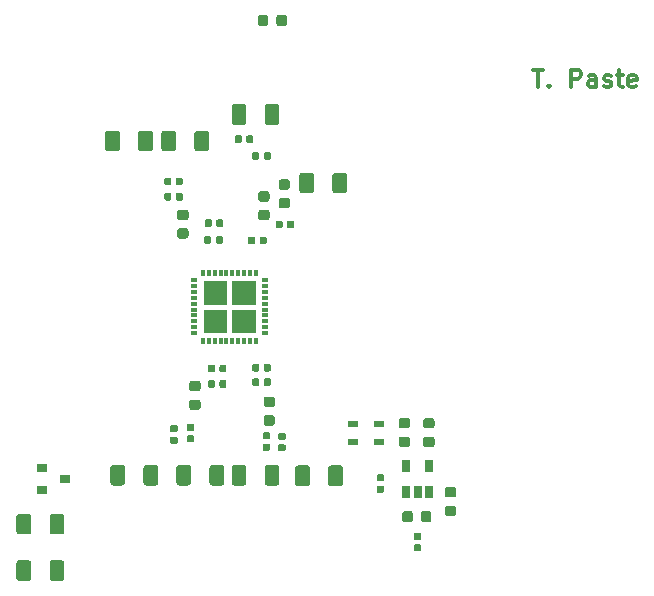
<source format=gtp>
G04 #@! TF.GenerationSoftware,KiCad,Pcbnew,(5.1.5)-3*
G04 #@! TF.CreationDate,2020-01-04T12:29:47-06:00*
G04 #@! TF.ProjectId,HMC1121_4W_6CM,484d4331-3132-4315-9f34-575f36434d2e,rev?*
G04 #@! TF.SameCoordinates,Original*
G04 #@! TF.FileFunction,Paste,Top*
G04 #@! TF.FilePolarity,Positive*
%FSLAX46Y46*%
G04 Gerber Fmt 4.6, Leading zero omitted, Abs format (unit mm)*
G04 Created by KiCad (PCBNEW (5.1.5)-3) date 2020-01-04 12:29:47*
%MOMM*%
%LPD*%
G04 APERTURE LIST*
%ADD10C,0.300000*%
%ADD11C,0.010000*%
%ADD12R,0.650000X1.060000*%
%ADD13R,0.900000X0.800000*%
%ADD14C,0.150000*%
%ADD15R,0.551180X0.299720*%
%ADD16R,0.299720X0.551180*%
%ADD17R,0.900000X0.500000*%
G04 APERTURE END LIST*
D10*
X181535714Y-75178571D02*
X182392857Y-75178571D01*
X181964285Y-76678571D02*
X181964285Y-75178571D01*
X182892857Y-76535714D02*
X182964285Y-76607142D01*
X182892857Y-76678571D01*
X182821428Y-76607142D01*
X182892857Y-76535714D01*
X182892857Y-76678571D01*
X184750000Y-76678571D02*
X184750000Y-75178571D01*
X185321428Y-75178571D01*
X185464285Y-75250000D01*
X185535714Y-75321428D01*
X185607142Y-75464285D01*
X185607142Y-75678571D01*
X185535714Y-75821428D01*
X185464285Y-75892857D01*
X185321428Y-75964285D01*
X184750000Y-75964285D01*
X186892857Y-76678571D02*
X186892857Y-75892857D01*
X186821428Y-75750000D01*
X186678571Y-75678571D01*
X186392857Y-75678571D01*
X186250000Y-75750000D01*
X186892857Y-76607142D02*
X186750000Y-76678571D01*
X186392857Y-76678571D01*
X186250000Y-76607142D01*
X186178571Y-76464285D01*
X186178571Y-76321428D01*
X186250000Y-76178571D01*
X186392857Y-76107142D01*
X186750000Y-76107142D01*
X186892857Y-76035714D01*
X187535714Y-76607142D02*
X187678571Y-76678571D01*
X187964285Y-76678571D01*
X188107142Y-76607142D01*
X188178571Y-76464285D01*
X188178571Y-76392857D01*
X188107142Y-76250000D01*
X187964285Y-76178571D01*
X187750000Y-76178571D01*
X187607142Y-76107142D01*
X187535714Y-75964285D01*
X187535714Y-75892857D01*
X187607142Y-75750000D01*
X187750000Y-75678571D01*
X187964285Y-75678571D01*
X188107142Y-75750000D01*
X188607142Y-75678571D02*
X189178571Y-75678571D01*
X188821428Y-75178571D02*
X188821428Y-76464285D01*
X188892857Y-76607142D01*
X189035714Y-76678571D01*
X189178571Y-76678571D01*
X190250000Y-76607142D02*
X190107142Y-76678571D01*
X189821428Y-76678571D01*
X189678571Y-76607142D01*
X189607142Y-76464285D01*
X189607142Y-75892857D01*
X189678571Y-75750000D01*
X189821428Y-75678571D01*
X190107142Y-75678571D01*
X190250000Y-75750000D01*
X190321428Y-75892857D01*
X190321428Y-76035714D01*
X189607142Y-76178571D01*
D11*
G36*
X156083000Y-94996000D02*
G01*
X157988000Y-94996000D01*
X157988000Y-93091000D01*
X156083000Y-93091000D01*
X156083000Y-94996000D01*
G37*
X156083000Y-94996000D02*
X157988000Y-94996000D01*
X157988000Y-93091000D01*
X156083000Y-93091000D01*
X156083000Y-94996000D01*
G36*
X156083000Y-97409000D02*
G01*
X157988000Y-97409000D01*
X157988000Y-95504000D01*
X156083000Y-95504000D01*
X156083000Y-97409000D01*
G37*
X156083000Y-97409000D02*
X157988000Y-97409000D01*
X157988000Y-95504000D01*
X156083000Y-95504000D01*
X156083000Y-97409000D01*
G36*
X153670000Y-95504000D02*
G01*
X155575000Y-95504000D01*
X155575000Y-97409000D01*
X153670000Y-97409000D01*
X153670000Y-95504000D01*
G37*
X153670000Y-95504000D02*
X155575000Y-95504000D01*
X155575000Y-97409000D01*
X153670000Y-97409000D01*
X153670000Y-95504000D01*
G36*
X153670000Y-93091000D02*
G01*
X155575000Y-93091000D01*
X155575000Y-94996000D01*
X153670000Y-94996000D01*
X153670000Y-93091000D01*
G37*
X153670000Y-93091000D02*
X155575000Y-93091000D01*
X155575000Y-94996000D01*
X153670000Y-94996000D01*
X153670000Y-93091000D01*
D12*
X170804800Y-108780400D03*
X172704800Y-108780400D03*
X172704800Y-110980400D03*
X171754800Y-110980400D03*
X170804800Y-110980400D03*
D13*
X141944600Y-109855000D03*
X139944600Y-110805000D03*
X139944600Y-108905000D03*
D14*
G36*
X158913891Y-70544453D02*
G01*
X158935126Y-70547603D01*
X158955950Y-70552819D01*
X158976162Y-70560051D01*
X158995568Y-70569230D01*
X159013981Y-70580266D01*
X159031224Y-70593054D01*
X159047130Y-70607470D01*
X159061546Y-70623376D01*
X159074334Y-70640619D01*
X159085370Y-70659032D01*
X159094549Y-70678438D01*
X159101781Y-70698650D01*
X159106997Y-70719474D01*
X159110147Y-70740709D01*
X159111200Y-70762150D01*
X159111200Y-71274650D01*
X159110147Y-71296091D01*
X159106997Y-71317326D01*
X159101781Y-71338150D01*
X159094549Y-71358362D01*
X159085370Y-71377768D01*
X159074334Y-71396181D01*
X159061546Y-71413424D01*
X159047130Y-71429330D01*
X159031224Y-71443746D01*
X159013981Y-71456534D01*
X158995568Y-71467570D01*
X158976162Y-71476749D01*
X158955950Y-71483981D01*
X158935126Y-71489197D01*
X158913891Y-71492347D01*
X158892450Y-71493400D01*
X158454950Y-71493400D01*
X158433509Y-71492347D01*
X158412274Y-71489197D01*
X158391450Y-71483981D01*
X158371238Y-71476749D01*
X158351832Y-71467570D01*
X158333419Y-71456534D01*
X158316176Y-71443746D01*
X158300270Y-71429330D01*
X158285854Y-71413424D01*
X158273066Y-71396181D01*
X158262030Y-71377768D01*
X158252851Y-71358362D01*
X158245619Y-71338150D01*
X158240403Y-71317326D01*
X158237253Y-71296091D01*
X158236200Y-71274650D01*
X158236200Y-70762150D01*
X158237253Y-70740709D01*
X158240403Y-70719474D01*
X158245619Y-70698650D01*
X158252851Y-70678438D01*
X158262030Y-70659032D01*
X158273066Y-70640619D01*
X158285854Y-70623376D01*
X158300270Y-70607470D01*
X158316176Y-70593054D01*
X158333419Y-70580266D01*
X158351832Y-70569230D01*
X158371238Y-70560051D01*
X158391450Y-70552819D01*
X158412274Y-70547603D01*
X158433509Y-70544453D01*
X158454950Y-70543400D01*
X158892450Y-70543400D01*
X158913891Y-70544453D01*
G37*
G36*
X160488891Y-70544453D02*
G01*
X160510126Y-70547603D01*
X160530950Y-70552819D01*
X160551162Y-70560051D01*
X160570568Y-70569230D01*
X160588981Y-70580266D01*
X160606224Y-70593054D01*
X160622130Y-70607470D01*
X160636546Y-70623376D01*
X160649334Y-70640619D01*
X160660370Y-70659032D01*
X160669549Y-70678438D01*
X160676781Y-70698650D01*
X160681997Y-70719474D01*
X160685147Y-70740709D01*
X160686200Y-70762150D01*
X160686200Y-71274650D01*
X160685147Y-71296091D01*
X160681997Y-71317326D01*
X160676781Y-71338150D01*
X160669549Y-71358362D01*
X160660370Y-71377768D01*
X160649334Y-71396181D01*
X160636546Y-71413424D01*
X160622130Y-71429330D01*
X160606224Y-71443746D01*
X160588981Y-71456534D01*
X160570568Y-71467570D01*
X160551162Y-71476749D01*
X160530950Y-71483981D01*
X160510126Y-71489197D01*
X160488891Y-71492347D01*
X160467450Y-71493400D01*
X160029950Y-71493400D01*
X160008509Y-71492347D01*
X159987274Y-71489197D01*
X159966450Y-71483981D01*
X159946238Y-71476749D01*
X159926832Y-71467570D01*
X159908419Y-71456534D01*
X159891176Y-71443746D01*
X159875270Y-71429330D01*
X159860854Y-71413424D01*
X159848066Y-71396181D01*
X159837030Y-71377768D01*
X159827851Y-71358362D01*
X159820619Y-71338150D01*
X159815403Y-71317326D01*
X159812253Y-71296091D01*
X159811200Y-71274650D01*
X159811200Y-70762150D01*
X159812253Y-70740709D01*
X159815403Y-70719474D01*
X159820619Y-70698650D01*
X159827851Y-70678438D01*
X159837030Y-70659032D01*
X159848066Y-70640619D01*
X159860854Y-70623376D01*
X159875270Y-70607470D01*
X159891176Y-70593054D01*
X159908419Y-70580266D01*
X159926832Y-70569230D01*
X159946238Y-70560051D01*
X159966450Y-70552819D01*
X159987274Y-70547603D01*
X160008509Y-70544453D01*
X160029950Y-70543400D01*
X160467450Y-70543400D01*
X160488891Y-70544453D01*
G37*
G36*
X171152691Y-112556053D02*
G01*
X171173926Y-112559203D01*
X171194750Y-112564419D01*
X171214962Y-112571651D01*
X171234368Y-112580830D01*
X171252781Y-112591866D01*
X171270024Y-112604654D01*
X171285930Y-112619070D01*
X171300346Y-112634976D01*
X171313134Y-112652219D01*
X171324170Y-112670632D01*
X171333349Y-112690038D01*
X171340581Y-112710250D01*
X171345797Y-112731074D01*
X171348947Y-112752309D01*
X171350000Y-112773750D01*
X171350000Y-113286250D01*
X171348947Y-113307691D01*
X171345797Y-113328926D01*
X171340581Y-113349750D01*
X171333349Y-113369962D01*
X171324170Y-113389368D01*
X171313134Y-113407781D01*
X171300346Y-113425024D01*
X171285930Y-113440930D01*
X171270024Y-113455346D01*
X171252781Y-113468134D01*
X171234368Y-113479170D01*
X171214962Y-113488349D01*
X171194750Y-113495581D01*
X171173926Y-113500797D01*
X171152691Y-113503947D01*
X171131250Y-113505000D01*
X170693750Y-113505000D01*
X170672309Y-113503947D01*
X170651074Y-113500797D01*
X170630250Y-113495581D01*
X170610038Y-113488349D01*
X170590632Y-113479170D01*
X170572219Y-113468134D01*
X170554976Y-113455346D01*
X170539070Y-113440930D01*
X170524654Y-113425024D01*
X170511866Y-113407781D01*
X170500830Y-113389368D01*
X170491651Y-113369962D01*
X170484419Y-113349750D01*
X170479203Y-113328926D01*
X170476053Y-113307691D01*
X170475000Y-113286250D01*
X170475000Y-112773750D01*
X170476053Y-112752309D01*
X170479203Y-112731074D01*
X170484419Y-112710250D01*
X170491651Y-112690038D01*
X170500830Y-112670632D01*
X170511866Y-112652219D01*
X170524654Y-112634976D01*
X170539070Y-112619070D01*
X170554976Y-112604654D01*
X170572219Y-112591866D01*
X170590632Y-112580830D01*
X170610038Y-112571651D01*
X170630250Y-112564419D01*
X170651074Y-112559203D01*
X170672309Y-112556053D01*
X170693750Y-112555000D01*
X171131250Y-112555000D01*
X171152691Y-112556053D01*
G37*
G36*
X172727691Y-112556053D02*
G01*
X172748926Y-112559203D01*
X172769750Y-112564419D01*
X172789962Y-112571651D01*
X172809368Y-112580830D01*
X172827781Y-112591866D01*
X172845024Y-112604654D01*
X172860930Y-112619070D01*
X172875346Y-112634976D01*
X172888134Y-112652219D01*
X172899170Y-112670632D01*
X172908349Y-112690038D01*
X172915581Y-112710250D01*
X172920797Y-112731074D01*
X172923947Y-112752309D01*
X172925000Y-112773750D01*
X172925000Y-113286250D01*
X172923947Y-113307691D01*
X172920797Y-113328926D01*
X172915581Y-113349750D01*
X172908349Y-113369962D01*
X172899170Y-113389368D01*
X172888134Y-113407781D01*
X172875346Y-113425024D01*
X172860930Y-113440930D01*
X172845024Y-113455346D01*
X172827781Y-113468134D01*
X172809368Y-113479170D01*
X172789962Y-113488349D01*
X172769750Y-113495581D01*
X172748926Y-113500797D01*
X172727691Y-113503947D01*
X172706250Y-113505000D01*
X172268750Y-113505000D01*
X172247309Y-113503947D01*
X172226074Y-113500797D01*
X172205250Y-113495581D01*
X172185038Y-113488349D01*
X172165632Y-113479170D01*
X172147219Y-113468134D01*
X172129976Y-113455346D01*
X172114070Y-113440930D01*
X172099654Y-113425024D01*
X172086866Y-113407781D01*
X172075830Y-113389368D01*
X172066651Y-113369962D01*
X172059419Y-113349750D01*
X172054203Y-113328926D01*
X172051053Y-113307691D01*
X172050000Y-113286250D01*
X172050000Y-112773750D01*
X172051053Y-112752309D01*
X172054203Y-112731074D01*
X172059419Y-112710250D01*
X172066651Y-112690038D01*
X172075830Y-112670632D01*
X172086866Y-112652219D01*
X172099654Y-112634976D01*
X172114070Y-112619070D01*
X172129976Y-112604654D01*
X172147219Y-112591866D01*
X172165632Y-112580830D01*
X172185038Y-112571651D01*
X172205250Y-112564419D01*
X172226074Y-112559203D01*
X172247309Y-112556053D01*
X172268750Y-112555000D01*
X172706250Y-112555000D01*
X172727691Y-112556053D01*
G37*
G36*
X174826491Y-112111053D02*
G01*
X174847726Y-112114203D01*
X174868550Y-112119419D01*
X174888762Y-112126651D01*
X174908168Y-112135830D01*
X174926581Y-112146866D01*
X174943824Y-112159654D01*
X174959730Y-112174070D01*
X174974146Y-112189976D01*
X174986934Y-112207219D01*
X174997970Y-112225632D01*
X175007149Y-112245038D01*
X175014381Y-112265250D01*
X175019597Y-112286074D01*
X175022747Y-112307309D01*
X175023800Y-112328750D01*
X175023800Y-112766250D01*
X175022747Y-112787691D01*
X175019597Y-112808926D01*
X175014381Y-112829750D01*
X175007149Y-112849962D01*
X174997970Y-112869368D01*
X174986934Y-112887781D01*
X174974146Y-112905024D01*
X174959730Y-112920930D01*
X174943824Y-112935346D01*
X174926581Y-112948134D01*
X174908168Y-112959170D01*
X174888762Y-112968349D01*
X174868550Y-112975581D01*
X174847726Y-112980797D01*
X174826491Y-112983947D01*
X174805050Y-112985000D01*
X174292550Y-112985000D01*
X174271109Y-112983947D01*
X174249874Y-112980797D01*
X174229050Y-112975581D01*
X174208838Y-112968349D01*
X174189432Y-112959170D01*
X174171019Y-112948134D01*
X174153776Y-112935346D01*
X174137870Y-112920930D01*
X174123454Y-112905024D01*
X174110666Y-112887781D01*
X174099630Y-112869368D01*
X174090451Y-112849962D01*
X174083219Y-112829750D01*
X174078003Y-112808926D01*
X174074853Y-112787691D01*
X174073800Y-112766250D01*
X174073800Y-112328750D01*
X174074853Y-112307309D01*
X174078003Y-112286074D01*
X174083219Y-112265250D01*
X174090451Y-112245038D01*
X174099630Y-112225632D01*
X174110666Y-112207219D01*
X174123454Y-112189976D01*
X174137870Y-112174070D01*
X174153776Y-112159654D01*
X174171019Y-112146866D01*
X174189432Y-112135830D01*
X174208838Y-112126651D01*
X174229050Y-112119419D01*
X174249874Y-112114203D01*
X174271109Y-112111053D01*
X174292550Y-112110000D01*
X174805050Y-112110000D01*
X174826491Y-112111053D01*
G37*
G36*
X174826491Y-110536053D02*
G01*
X174847726Y-110539203D01*
X174868550Y-110544419D01*
X174888762Y-110551651D01*
X174908168Y-110560830D01*
X174926581Y-110571866D01*
X174943824Y-110584654D01*
X174959730Y-110599070D01*
X174974146Y-110614976D01*
X174986934Y-110632219D01*
X174997970Y-110650632D01*
X175007149Y-110670038D01*
X175014381Y-110690250D01*
X175019597Y-110711074D01*
X175022747Y-110732309D01*
X175023800Y-110753750D01*
X175023800Y-111191250D01*
X175022747Y-111212691D01*
X175019597Y-111233926D01*
X175014381Y-111254750D01*
X175007149Y-111274962D01*
X174997970Y-111294368D01*
X174986934Y-111312781D01*
X174974146Y-111330024D01*
X174959730Y-111345930D01*
X174943824Y-111360346D01*
X174926581Y-111373134D01*
X174908168Y-111384170D01*
X174888762Y-111393349D01*
X174868550Y-111400581D01*
X174847726Y-111405797D01*
X174826491Y-111408947D01*
X174805050Y-111410000D01*
X174292550Y-111410000D01*
X174271109Y-111408947D01*
X174249874Y-111405797D01*
X174229050Y-111400581D01*
X174208838Y-111393349D01*
X174189432Y-111384170D01*
X174171019Y-111373134D01*
X174153776Y-111360346D01*
X174137870Y-111345930D01*
X174123454Y-111330024D01*
X174110666Y-111312781D01*
X174099630Y-111294368D01*
X174090451Y-111274962D01*
X174083219Y-111254750D01*
X174078003Y-111233926D01*
X174074853Y-111212691D01*
X174073800Y-111191250D01*
X174073800Y-110753750D01*
X174074853Y-110732309D01*
X174078003Y-110711074D01*
X174083219Y-110690250D01*
X174090451Y-110670038D01*
X174099630Y-110650632D01*
X174110666Y-110632219D01*
X174123454Y-110614976D01*
X174137870Y-110599070D01*
X174153776Y-110584654D01*
X174171019Y-110571866D01*
X174189432Y-110560830D01*
X174208838Y-110551651D01*
X174229050Y-110544419D01*
X174249874Y-110539203D01*
X174271109Y-110536053D01*
X174292550Y-110535000D01*
X174805050Y-110535000D01*
X174826491Y-110536053D01*
G37*
G36*
X170914891Y-104682053D02*
G01*
X170936126Y-104685203D01*
X170956950Y-104690419D01*
X170977162Y-104697651D01*
X170996568Y-104706830D01*
X171014981Y-104717866D01*
X171032224Y-104730654D01*
X171048130Y-104745070D01*
X171062546Y-104760976D01*
X171075334Y-104778219D01*
X171086370Y-104796632D01*
X171095549Y-104816038D01*
X171102781Y-104836250D01*
X171107997Y-104857074D01*
X171111147Y-104878309D01*
X171112200Y-104899750D01*
X171112200Y-105337250D01*
X171111147Y-105358691D01*
X171107997Y-105379926D01*
X171102781Y-105400750D01*
X171095549Y-105420962D01*
X171086370Y-105440368D01*
X171075334Y-105458781D01*
X171062546Y-105476024D01*
X171048130Y-105491930D01*
X171032224Y-105506346D01*
X171014981Y-105519134D01*
X170996568Y-105530170D01*
X170977162Y-105539349D01*
X170956950Y-105546581D01*
X170936126Y-105551797D01*
X170914891Y-105554947D01*
X170893450Y-105556000D01*
X170380950Y-105556000D01*
X170359509Y-105554947D01*
X170338274Y-105551797D01*
X170317450Y-105546581D01*
X170297238Y-105539349D01*
X170277832Y-105530170D01*
X170259419Y-105519134D01*
X170242176Y-105506346D01*
X170226270Y-105491930D01*
X170211854Y-105476024D01*
X170199066Y-105458781D01*
X170188030Y-105440368D01*
X170178851Y-105420962D01*
X170171619Y-105400750D01*
X170166403Y-105379926D01*
X170163253Y-105358691D01*
X170162200Y-105337250D01*
X170162200Y-104899750D01*
X170163253Y-104878309D01*
X170166403Y-104857074D01*
X170171619Y-104836250D01*
X170178851Y-104816038D01*
X170188030Y-104796632D01*
X170199066Y-104778219D01*
X170211854Y-104760976D01*
X170226270Y-104745070D01*
X170242176Y-104730654D01*
X170259419Y-104717866D01*
X170277832Y-104706830D01*
X170297238Y-104697651D01*
X170317450Y-104690419D01*
X170338274Y-104685203D01*
X170359509Y-104682053D01*
X170380950Y-104681000D01*
X170893450Y-104681000D01*
X170914891Y-104682053D01*
G37*
G36*
X170914891Y-106257053D02*
G01*
X170936126Y-106260203D01*
X170956950Y-106265419D01*
X170977162Y-106272651D01*
X170996568Y-106281830D01*
X171014981Y-106292866D01*
X171032224Y-106305654D01*
X171048130Y-106320070D01*
X171062546Y-106335976D01*
X171075334Y-106353219D01*
X171086370Y-106371632D01*
X171095549Y-106391038D01*
X171102781Y-106411250D01*
X171107997Y-106432074D01*
X171111147Y-106453309D01*
X171112200Y-106474750D01*
X171112200Y-106912250D01*
X171111147Y-106933691D01*
X171107997Y-106954926D01*
X171102781Y-106975750D01*
X171095549Y-106995962D01*
X171086370Y-107015368D01*
X171075334Y-107033781D01*
X171062546Y-107051024D01*
X171048130Y-107066930D01*
X171032224Y-107081346D01*
X171014981Y-107094134D01*
X170996568Y-107105170D01*
X170977162Y-107114349D01*
X170956950Y-107121581D01*
X170936126Y-107126797D01*
X170914891Y-107129947D01*
X170893450Y-107131000D01*
X170380950Y-107131000D01*
X170359509Y-107129947D01*
X170338274Y-107126797D01*
X170317450Y-107121581D01*
X170297238Y-107114349D01*
X170277832Y-107105170D01*
X170259419Y-107094134D01*
X170242176Y-107081346D01*
X170226270Y-107066930D01*
X170211854Y-107051024D01*
X170199066Y-107033781D01*
X170188030Y-107015368D01*
X170178851Y-106995962D01*
X170171619Y-106975750D01*
X170166403Y-106954926D01*
X170163253Y-106933691D01*
X170162200Y-106912250D01*
X170162200Y-106474750D01*
X170163253Y-106453309D01*
X170166403Y-106432074D01*
X170171619Y-106411250D01*
X170178851Y-106391038D01*
X170188030Y-106371632D01*
X170199066Y-106353219D01*
X170211854Y-106335976D01*
X170226270Y-106320070D01*
X170242176Y-106305654D01*
X170259419Y-106292866D01*
X170277832Y-106281830D01*
X170297238Y-106272651D01*
X170317450Y-106265419D01*
X170338274Y-106260203D01*
X170359509Y-106257053D01*
X170380950Y-106256000D01*
X170893450Y-106256000D01*
X170914891Y-106257053D01*
G37*
G36*
X172997691Y-104694053D02*
G01*
X173018926Y-104697203D01*
X173039750Y-104702419D01*
X173059962Y-104709651D01*
X173079368Y-104718830D01*
X173097781Y-104729866D01*
X173115024Y-104742654D01*
X173130930Y-104757070D01*
X173145346Y-104772976D01*
X173158134Y-104790219D01*
X173169170Y-104808632D01*
X173178349Y-104828038D01*
X173185581Y-104848250D01*
X173190797Y-104869074D01*
X173193947Y-104890309D01*
X173195000Y-104911750D01*
X173195000Y-105349250D01*
X173193947Y-105370691D01*
X173190797Y-105391926D01*
X173185581Y-105412750D01*
X173178349Y-105432962D01*
X173169170Y-105452368D01*
X173158134Y-105470781D01*
X173145346Y-105488024D01*
X173130930Y-105503930D01*
X173115024Y-105518346D01*
X173097781Y-105531134D01*
X173079368Y-105542170D01*
X173059962Y-105551349D01*
X173039750Y-105558581D01*
X173018926Y-105563797D01*
X172997691Y-105566947D01*
X172976250Y-105568000D01*
X172463750Y-105568000D01*
X172442309Y-105566947D01*
X172421074Y-105563797D01*
X172400250Y-105558581D01*
X172380038Y-105551349D01*
X172360632Y-105542170D01*
X172342219Y-105531134D01*
X172324976Y-105518346D01*
X172309070Y-105503930D01*
X172294654Y-105488024D01*
X172281866Y-105470781D01*
X172270830Y-105452368D01*
X172261651Y-105432962D01*
X172254419Y-105412750D01*
X172249203Y-105391926D01*
X172246053Y-105370691D01*
X172245000Y-105349250D01*
X172245000Y-104911750D01*
X172246053Y-104890309D01*
X172249203Y-104869074D01*
X172254419Y-104848250D01*
X172261651Y-104828038D01*
X172270830Y-104808632D01*
X172281866Y-104790219D01*
X172294654Y-104772976D01*
X172309070Y-104757070D01*
X172324976Y-104742654D01*
X172342219Y-104729866D01*
X172360632Y-104718830D01*
X172380038Y-104709651D01*
X172400250Y-104702419D01*
X172421074Y-104697203D01*
X172442309Y-104694053D01*
X172463750Y-104693000D01*
X172976250Y-104693000D01*
X172997691Y-104694053D01*
G37*
G36*
X172997691Y-106269053D02*
G01*
X173018926Y-106272203D01*
X173039750Y-106277419D01*
X173059962Y-106284651D01*
X173079368Y-106293830D01*
X173097781Y-106304866D01*
X173115024Y-106317654D01*
X173130930Y-106332070D01*
X173145346Y-106347976D01*
X173158134Y-106365219D01*
X173169170Y-106383632D01*
X173178349Y-106403038D01*
X173185581Y-106423250D01*
X173190797Y-106444074D01*
X173193947Y-106465309D01*
X173195000Y-106486750D01*
X173195000Y-106924250D01*
X173193947Y-106945691D01*
X173190797Y-106966926D01*
X173185581Y-106987750D01*
X173178349Y-107007962D01*
X173169170Y-107027368D01*
X173158134Y-107045781D01*
X173145346Y-107063024D01*
X173130930Y-107078930D01*
X173115024Y-107093346D01*
X173097781Y-107106134D01*
X173079368Y-107117170D01*
X173059962Y-107126349D01*
X173039750Y-107133581D01*
X173018926Y-107138797D01*
X172997691Y-107141947D01*
X172976250Y-107143000D01*
X172463750Y-107143000D01*
X172442309Y-107141947D01*
X172421074Y-107138797D01*
X172400250Y-107133581D01*
X172380038Y-107126349D01*
X172360632Y-107117170D01*
X172342219Y-107106134D01*
X172324976Y-107093346D01*
X172309070Y-107078930D01*
X172294654Y-107063024D01*
X172281866Y-107045781D01*
X172270830Y-107027368D01*
X172261651Y-107007962D01*
X172254419Y-106987750D01*
X172249203Y-106966926D01*
X172246053Y-106945691D01*
X172245000Y-106924250D01*
X172245000Y-106486750D01*
X172246053Y-106465309D01*
X172249203Y-106444074D01*
X172254419Y-106423250D01*
X172261651Y-106403038D01*
X172270830Y-106383632D01*
X172281866Y-106365219D01*
X172294654Y-106347976D01*
X172309070Y-106332070D01*
X172324976Y-106317654D01*
X172342219Y-106304866D01*
X172360632Y-106293830D01*
X172380038Y-106284651D01*
X172400250Y-106277419D01*
X172421074Y-106272203D01*
X172442309Y-106269053D01*
X172463750Y-106268000D01*
X172976250Y-106268000D01*
X172997691Y-106269053D01*
G37*
G36*
X152739358Y-106159510D02*
G01*
X152753676Y-106161634D01*
X152767717Y-106165151D01*
X152781346Y-106170028D01*
X152794431Y-106176217D01*
X152806847Y-106183658D01*
X152818473Y-106192281D01*
X152829198Y-106202002D01*
X152838919Y-106212727D01*
X152847542Y-106224353D01*
X152854983Y-106236769D01*
X152861172Y-106249854D01*
X152866049Y-106263483D01*
X152869566Y-106277524D01*
X152871690Y-106291842D01*
X152872400Y-106306300D01*
X152872400Y-106601300D01*
X152871690Y-106615758D01*
X152869566Y-106630076D01*
X152866049Y-106644117D01*
X152861172Y-106657746D01*
X152854983Y-106670831D01*
X152847542Y-106683247D01*
X152838919Y-106694873D01*
X152829198Y-106705598D01*
X152818473Y-106715319D01*
X152806847Y-106723942D01*
X152794431Y-106731383D01*
X152781346Y-106737572D01*
X152767717Y-106742449D01*
X152753676Y-106745966D01*
X152739358Y-106748090D01*
X152724900Y-106748800D01*
X152379900Y-106748800D01*
X152365442Y-106748090D01*
X152351124Y-106745966D01*
X152337083Y-106742449D01*
X152323454Y-106737572D01*
X152310369Y-106731383D01*
X152297953Y-106723942D01*
X152286327Y-106715319D01*
X152275602Y-106705598D01*
X152265881Y-106694873D01*
X152257258Y-106683247D01*
X152249817Y-106670831D01*
X152243628Y-106657746D01*
X152238751Y-106644117D01*
X152235234Y-106630076D01*
X152233110Y-106615758D01*
X152232400Y-106601300D01*
X152232400Y-106306300D01*
X152233110Y-106291842D01*
X152235234Y-106277524D01*
X152238751Y-106263483D01*
X152243628Y-106249854D01*
X152249817Y-106236769D01*
X152257258Y-106224353D01*
X152265881Y-106212727D01*
X152275602Y-106202002D01*
X152286327Y-106192281D01*
X152297953Y-106183658D01*
X152310369Y-106176217D01*
X152323454Y-106170028D01*
X152337083Y-106165151D01*
X152351124Y-106161634D01*
X152365442Y-106159510D01*
X152379900Y-106158800D01*
X152724900Y-106158800D01*
X152739358Y-106159510D01*
G37*
G36*
X152739358Y-105189510D02*
G01*
X152753676Y-105191634D01*
X152767717Y-105195151D01*
X152781346Y-105200028D01*
X152794431Y-105206217D01*
X152806847Y-105213658D01*
X152818473Y-105222281D01*
X152829198Y-105232002D01*
X152838919Y-105242727D01*
X152847542Y-105254353D01*
X152854983Y-105266769D01*
X152861172Y-105279854D01*
X152866049Y-105293483D01*
X152869566Y-105307524D01*
X152871690Y-105321842D01*
X152872400Y-105336300D01*
X152872400Y-105631300D01*
X152871690Y-105645758D01*
X152869566Y-105660076D01*
X152866049Y-105674117D01*
X152861172Y-105687746D01*
X152854983Y-105700831D01*
X152847542Y-105713247D01*
X152838919Y-105724873D01*
X152829198Y-105735598D01*
X152818473Y-105745319D01*
X152806847Y-105753942D01*
X152794431Y-105761383D01*
X152781346Y-105767572D01*
X152767717Y-105772449D01*
X152753676Y-105775966D01*
X152739358Y-105778090D01*
X152724900Y-105778800D01*
X152379900Y-105778800D01*
X152365442Y-105778090D01*
X152351124Y-105775966D01*
X152337083Y-105772449D01*
X152323454Y-105767572D01*
X152310369Y-105761383D01*
X152297953Y-105753942D01*
X152286327Y-105745319D01*
X152275602Y-105735598D01*
X152265881Y-105724873D01*
X152257258Y-105713247D01*
X152249817Y-105700831D01*
X152243628Y-105687746D01*
X152238751Y-105674117D01*
X152235234Y-105660076D01*
X152233110Y-105645758D01*
X152232400Y-105631300D01*
X152232400Y-105336300D01*
X152233110Y-105321842D01*
X152235234Y-105307524D01*
X152238751Y-105293483D01*
X152243628Y-105279854D01*
X152249817Y-105266769D01*
X152257258Y-105254353D01*
X152265881Y-105242727D01*
X152275602Y-105232002D01*
X152286327Y-105222281D01*
X152297953Y-105213658D01*
X152310369Y-105206217D01*
X152323454Y-105200028D01*
X152337083Y-105195151D01*
X152351124Y-105191634D01*
X152365442Y-105189510D01*
X152379900Y-105188800D01*
X152724900Y-105188800D01*
X152739358Y-105189510D01*
G37*
G36*
X159140158Y-106870710D02*
G01*
X159154476Y-106872834D01*
X159168517Y-106876351D01*
X159182146Y-106881228D01*
X159195231Y-106887417D01*
X159207647Y-106894858D01*
X159219273Y-106903481D01*
X159229998Y-106913202D01*
X159239719Y-106923927D01*
X159248342Y-106935553D01*
X159255783Y-106947969D01*
X159261972Y-106961054D01*
X159266849Y-106974683D01*
X159270366Y-106988724D01*
X159272490Y-107003042D01*
X159273200Y-107017500D01*
X159273200Y-107312500D01*
X159272490Y-107326958D01*
X159270366Y-107341276D01*
X159266849Y-107355317D01*
X159261972Y-107368946D01*
X159255783Y-107382031D01*
X159248342Y-107394447D01*
X159239719Y-107406073D01*
X159229998Y-107416798D01*
X159219273Y-107426519D01*
X159207647Y-107435142D01*
X159195231Y-107442583D01*
X159182146Y-107448772D01*
X159168517Y-107453649D01*
X159154476Y-107457166D01*
X159140158Y-107459290D01*
X159125700Y-107460000D01*
X158780700Y-107460000D01*
X158766242Y-107459290D01*
X158751924Y-107457166D01*
X158737883Y-107453649D01*
X158724254Y-107448772D01*
X158711169Y-107442583D01*
X158698753Y-107435142D01*
X158687127Y-107426519D01*
X158676402Y-107416798D01*
X158666681Y-107406073D01*
X158658058Y-107394447D01*
X158650617Y-107382031D01*
X158644428Y-107368946D01*
X158639551Y-107355317D01*
X158636034Y-107341276D01*
X158633910Y-107326958D01*
X158633200Y-107312500D01*
X158633200Y-107017500D01*
X158633910Y-107003042D01*
X158636034Y-106988724D01*
X158639551Y-106974683D01*
X158644428Y-106961054D01*
X158650617Y-106947969D01*
X158658058Y-106935553D01*
X158666681Y-106923927D01*
X158676402Y-106913202D01*
X158687127Y-106903481D01*
X158698753Y-106894858D01*
X158711169Y-106887417D01*
X158724254Y-106881228D01*
X158737883Y-106876351D01*
X158751924Y-106872834D01*
X158766242Y-106870710D01*
X158780700Y-106870000D01*
X159125700Y-106870000D01*
X159140158Y-106870710D01*
G37*
G36*
X159140158Y-105900710D02*
G01*
X159154476Y-105902834D01*
X159168517Y-105906351D01*
X159182146Y-105911228D01*
X159195231Y-105917417D01*
X159207647Y-105924858D01*
X159219273Y-105933481D01*
X159229998Y-105943202D01*
X159239719Y-105953927D01*
X159248342Y-105965553D01*
X159255783Y-105977969D01*
X159261972Y-105991054D01*
X159266849Y-106004683D01*
X159270366Y-106018724D01*
X159272490Y-106033042D01*
X159273200Y-106047500D01*
X159273200Y-106342500D01*
X159272490Y-106356958D01*
X159270366Y-106371276D01*
X159266849Y-106385317D01*
X159261972Y-106398946D01*
X159255783Y-106412031D01*
X159248342Y-106424447D01*
X159239719Y-106436073D01*
X159229998Y-106446798D01*
X159219273Y-106456519D01*
X159207647Y-106465142D01*
X159195231Y-106472583D01*
X159182146Y-106478772D01*
X159168517Y-106483649D01*
X159154476Y-106487166D01*
X159140158Y-106489290D01*
X159125700Y-106490000D01*
X158780700Y-106490000D01*
X158766242Y-106489290D01*
X158751924Y-106487166D01*
X158737883Y-106483649D01*
X158724254Y-106478772D01*
X158711169Y-106472583D01*
X158698753Y-106465142D01*
X158687127Y-106456519D01*
X158676402Y-106446798D01*
X158666681Y-106436073D01*
X158658058Y-106424447D01*
X158650617Y-106412031D01*
X158644428Y-106398946D01*
X158639551Y-106385317D01*
X158636034Y-106371276D01*
X158633910Y-106356958D01*
X158633200Y-106342500D01*
X158633200Y-106047500D01*
X158633910Y-106033042D01*
X158636034Y-106018724D01*
X158639551Y-106004683D01*
X158644428Y-105991054D01*
X158650617Y-105977969D01*
X158658058Y-105965553D01*
X158666681Y-105953927D01*
X158676402Y-105943202D01*
X158687127Y-105933481D01*
X158698753Y-105924858D01*
X158711169Y-105917417D01*
X158724254Y-105911228D01*
X158737883Y-105906351D01*
X158751924Y-105902834D01*
X158766242Y-105900710D01*
X158780700Y-105900000D01*
X159125700Y-105900000D01*
X159140158Y-105900710D01*
G37*
G36*
X159193758Y-82179910D02*
G01*
X159208076Y-82182034D01*
X159222117Y-82185551D01*
X159235746Y-82190428D01*
X159248831Y-82196617D01*
X159261247Y-82204058D01*
X159272873Y-82212681D01*
X159283598Y-82222402D01*
X159293319Y-82233127D01*
X159301942Y-82244753D01*
X159309383Y-82257169D01*
X159315572Y-82270254D01*
X159320449Y-82283883D01*
X159323966Y-82297924D01*
X159326090Y-82312242D01*
X159326800Y-82326700D01*
X159326800Y-82671700D01*
X159326090Y-82686158D01*
X159323966Y-82700476D01*
X159320449Y-82714517D01*
X159315572Y-82728146D01*
X159309383Y-82741231D01*
X159301942Y-82753647D01*
X159293319Y-82765273D01*
X159283598Y-82775998D01*
X159272873Y-82785719D01*
X159261247Y-82794342D01*
X159248831Y-82801783D01*
X159235746Y-82807972D01*
X159222117Y-82812849D01*
X159208076Y-82816366D01*
X159193758Y-82818490D01*
X159179300Y-82819200D01*
X158884300Y-82819200D01*
X158869842Y-82818490D01*
X158855524Y-82816366D01*
X158841483Y-82812849D01*
X158827854Y-82807972D01*
X158814769Y-82801783D01*
X158802353Y-82794342D01*
X158790727Y-82785719D01*
X158780002Y-82775998D01*
X158770281Y-82765273D01*
X158761658Y-82753647D01*
X158754217Y-82741231D01*
X158748028Y-82728146D01*
X158743151Y-82714517D01*
X158739634Y-82700476D01*
X158737510Y-82686158D01*
X158736800Y-82671700D01*
X158736800Y-82326700D01*
X158737510Y-82312242D01*
X158739634Y-82297924D01*
X158743151Y-82283883D01*
X158748028Y-82270254D01*
X158754217Y-82257169D01*
X158761658Y-82244753D01*
X158770281Y-82233127D01*
X158780002Y-82222402D01*
X158790727Y-82212681D01*
X158802353Y-82204058D01*
X158814769Y-82196617D01*
X158827854Y-82190428D01*
X158841483Y-82185551D01*
X158855524Y-82182034D01*
X158869842Y-82179910D01*
X158884300Y-82179200D01*
X159179300Y-82179200D01*
X159193758Y-82179910D01*
G37*
G36*
X158223758Y-82179910D02*
G01*
X158238076Y-82182034D01*
X158252117Y-82185551D01*
X158265746Y-82190428D01*
X158278831Y-82196617D01*
X158291247Y-82204058D01*
X158302873Y-82212681D01*
X158313598Y-82222402D01*
X158323319Y-82233127D01*
X158331942Y-82244753D01*
X158339383Y-82257169D01*
X158345572Y-82270254D01*
X158350449Y-82283883D01*
X158353966Y-82297924D01*
X158356090Y-82312242D01*
X158356800Y-82326700D01*
X158356800Y-82671700D01*
X158356090Y-82686158D01*
X158353966Y-82700476D01*
X158350449Y-82714517D01*
X158345572Y-82728146D01*
X158339383Y-82741231D01*
X158331942Y-82753647D01*
X158323319Y-82765273D01*
X158313598Y-82775998D01*
X158302873Y-82785719D01*
X158291247Y-82794342D01*
X158278831Y-82801783D01*
X158265746Y-82807972D01*
X158252117Y-82812849D01*
X158238076Y-82816366D01*
X158223758Y-82818490D01*
X158209300Y-82819200D01*
X157914300Y-82819200D01*
X157899842Y-82818490D01*
X157885524Y-82816366D01*
X157871483Y-82812849D01*
X157857854Y-82807972D01*
X157844769Y-82801783D01*
X157832353Y-82794342D01*
X157820727Y-82785719D01*
X157810002Y-82775998D01*
X157800281Y-82765273D01*
X157791658Y-82753647D01*
X157784217Y-82741231D01*
X157778028Y-82728146D01*
X157773151Y-82714517D01*
X157769634Y-82700476D01*
X157767510Y-82686158D01*
X157766800Y-82671700D01*
X157766800Y-82326700D01*
X157767510Y-82312242D01*
X157769634Y-82297924D01*
X157773151Y-82283883D01*
X157778028Y-82270254D01*
X157784217Y-82257169D01*
X157791658Y-82244753D01*
X157800281Y-82233127D01*
X157810002Y-82222402D01*
X157820727Y-82212681D01*
X157832353Y-82204058D01*
X157844769Y-82196617D01*
X157857854Y-82190428D01*
X157871483Y-82185551D01*
X157885524Y-82182034D01*
X157899842Y-82179910D01*
X157914300Y-82179200D01*
X158209300Y-82179200D01*
X158223758Y-82179910D01*
G37*
G36*
X150781658Y-85634310D02*
G01*
X150795976Y-85636434D01*
X150810017Y-85639951D01*
X150823646Y-85644828D01*
X150836731Y-85651017D01*
X150849147Y-85658458D01*
X150860773Y-85667081D01*
X150871498Y-85676802D01*
X150881219Y-85687527D01*
X150889842Y-85699153D01*
X150897283Y-85711569D01*
X150903472Y-85724654D01*
X150908349Y-85738283D01*
X150911866Y-85752324D01*
X150913990Y-85766642D01*
X150914700Y-85781100D01*
X150914700Y-86126100D01*
X150913990Y-86140558D01*
X150911866Y-86154876D01*
X150908349Y-86168917D01*
X150903472Y-86182546D01*
X150897283Y-86195631D01*
X150889842Y-86208047D01*
X150881219Y-86219673D01*
X150871498Y-86230398D01*
X150860773Y-86240119D01*
X150849147Y-86248742D01*
X150836731Y-86256183D01*
X150823646Y-86262372D01*
X150810017Y-86267249D01*
X150795976Y-86270766D01*
X150781658Y-86272890D01*
X150767200Y-86273600D01*
X150472200Y-86273600D01*
X150457742Y-86272890D01*
X150443424Y-86270766D01*
X150429383Y-86267249D01*
X150415754Y-86262372D01*
X150402669Y-86256183D01*
X150390253Y-86248742D01*
X150378627Y-86240119D01*
X150367902Y-86230398D01*
X150358181Y-86219673D01*
X150349558Y-86208047D01*
X150342117Y-86195631D01*
X150335928Y-86182546D01*
X150331051Y-86168917D01*
X150327534Y-86154876D01*
X150325410Y-86140558D01*
X150324700Y-86126100D01*
X150324700Y-85781100D01*
X150325410Y-85766642D01*
X150327534Y-85752324D01*
X150331051Y-85738283D01*
X150335928Y-85724654D01*
X150342117Y-85711569D01*
X150349558Y-85699153D01*
X150358181Y-85687527D01*
X150367902Y-85676802D01*
X150378627Y-85667081D01*
X150390253Y-85658458D01*
X150402669Y-85651017D01*
X150415754Y-85644828D01*
X150429383Y-85639951D01*
X150443424Y-85636434D01*
X150457742Y-85634310D01*
X150472200Y-85633600D01*
X150767200Y-85633600D01*
X150781658Y-85634310D01*
G37*
G36*
X151751658Y-85634310D02*
G01*
X151765976Y-85636434D01*
X151780017Y-85639951D01*
X151793646Y-85644828D01*
X151806731Y-85651017D01*
X151819147Y-85658458D01*
X151830773Y-85667081D01*
X151841498Y-85676802D01*
X151851219Y-85687527D01*
X151859842Y-85699153D01*
X151867283Y-85711569D01*
X151873472Y-85724654D01*
X151878349Y-85738283D01*
X151881866Y-85752324D01*
X151883990Y-85766642D01*
X151884700Y-85781100D01*
X151884700Y-86126100D01*
X151883990Y-86140558D01*
X151881866Y-86154876D01*
X151878349Y-86168917D01*
X151873472Y-86182546D01*
X151867283Y-86195631D01*
X151859842Y-86208047D01*
X151851219Y-86219673D01*
X151841498Y-86230398D01*
X151830773Y-86240119D01*
X151819147Y-86248742D01*
X151806731Y-86256183D01*
X151793646Y-86262372D01*
X151780017Y-86267249D01*
X151765976Y-86270766D01*
X151751658Y-86272890D01*
X151737200Y-86273600D01*
X151442200Y-86273600D01*
X151427742Y-86272890D01*
X151413424Y-86270766D01*
X151399383Y-86267249D01*
X151385754Y-86262372D01*
X151372669Y-86256183D01*
X151360253Y-86248742D01*
X151348627Y-86240119D01*
X151337902Y-86230398D01*
X151328181Y-86219673D01*
X151319558Y-86208047D01*
X151312117Y-86195631D01*
X151305928Y-86182546D01*
X151301051Y-86168917D01*
X151297534Y-86154876D01*
X151295410Y-86140558D01*
X151294700Y-86126100D01*
X151294700Y-85781100D01*
X151295410Y-85766642D01*
X151297534Y-85752324D01*
X151301051Y-85738283D01*
X151305928Y-85724654D01*
X151312117Y-85711569D01*
X151319558Y-85699153D01*
X151328181Y-85687527D01*
X151337902Y-85676802D01*
X151348627Y-85667081D01*
X151360253Y-85658458D01*
X151372669Y-85651017D01*
X151385754Y-85644828D01*
X151399383Y-85639951D01*
X151413424Y-85636434D01*
X151427742Y-85634310D01*
X151442200Y-85633600D01*
X151737200Y-85633600D01*
X151751658Y-85634310D01*
G37*
G36*
X155129758Y-89291910D02*
G01*
X155144076Y-89294034D01*
X155158117Y-89297551D01*
X155171746Y-89302428D01*
X155184831Y-89308617D01*
X155197247Y-89316058D01*
X155208873Y-89324681D01*
X155219598Y-89334402D01*
X155229319Y-89345127D01*
X155237942Y-89356753D01*
X155245383Y-89369169D01*
X155251572Y-89382254D01*
X155256449Y-89395883D01*
X155259966Y-89409924D01*
X155262090Y-89424242D01*
X155262800Y-89438700D01*
X155262800Y-89783700D01*
X155262090Y-89798158D01*
X155259966Y-89812476D01*
X155256449Y-89826517D01*
X155251572Y-89840146D01*
X155245383Y-89853231D01*
X155237942Y-89865647D01*
X155229319Y-89877273D01*
X155219598Y-89887998D01*
X155208873Y-89897719D01*
X155197247Y-89906342D01*
X155184831Y-89913783D01*
X155171746Y-89919972D01*
X155158117Y-89924849D01*
X155144076Y-89928366D01*
X155129758Y-89930490D01*
X155115300Y-89931200D01*
X154820300Y-89931200D01*
X154805842Y-89930490D01*
X154791524Y-89928366D01*
X154777483Y-89924849D01*
X154763854Y-89919972D01*
X154750769Y-89913783D01*
X154738353Y-89906342D01*
X154726727Y-89897719D01*
X154716002Y-89887998D01*
X154706281Y-89877273D01*
X154697658Y-89865647D01*
X154690217Y-89853231D01*
X154684028Y-89840146D01*
X154679151Y-89826517D01*
X154675634Y-89812476D01*
X154673510Y-89798158D01*
X154672800Y-89783700D01*
X154672800Y-89438700D01*
X154673510Y-89424242D01*
X154675634Y-89409924D01*
X154679151Y-89395883D01*
X154684028Y-89382254D01*
X154690217Y-89369169D01*
X154697658Y-89356753D01*
X154706281Y-89345127D01*
X154716002Y-89334402D01*
X154726727Y-89324681D01*
X154738353Y-89316058D01*
X154750769Y-89308617D01*
X154763854Y-89302428D01*
X154777483Y-89297551D01*
X154791524Y-89294034D01*
X154805842Y-89291910D01*
X154820300Y-89291200D01*
X155115300Y-89291200D01*
X155129758Y-89291910D01*
G37*
G36*
X154159758Y-89291910D02*
G01*
X154174076Y-89294034D01*
X154188117Y-89297551D01*
X154201746Y-89302428D01*
X154214831Y-89308617D01*
X154227247Y-89316058D01*
X154238873Y-89324681D01*
X154249598Y-89334402D01*
X154259319Y-89345127D01*
X154267942Y-89356753D01*
X154275383Y-89369169D01*
X154281572Y-89382254D01*
X154286449Y-89395883D01*
X154289966Y-89409924D01*
X154292090Y-89424242D01*
X154292800Y-89438700D01*
X154292800Y-89783700D01*
X154292090Y-89798158D01*
X154289966Y-89812476D01*
X154286449Y-89826517D01*
X154281572Y-89840146D01*
X154275383Y-89853231D01*
X154267942Y-89865647D01*
X154259319Y-89877273D01*
X154249598Y-89887998D01*
X154238873Y-89897719D01*
X154227247Y-89906342D01*
X154214831Y-89913783D01*
X154201746Y-89919972D01*
X154188117Y-89924849D01*
X154174076Y-89928366D01*
X154159758Y-89930490D01*
X154145300Y-89931200D01*
X153850300Y-89931200D01*
X153835842Y-89930490D01*
X153821524Y-89928366D01*
X153807483Y-89924849D01*
X153793854Y-89919972D01*
X153780769Y-89913783D01*
X153768353Y-89906342D01*
X153756727Y-89897719D01*
X153746002Y-89887998D01*
X153736281Y-89877273D01*
X153727658Y-89865647D01*
X153720217Y-89853231D01*
X153714028Y-89840146D01*
X153709151Y-89826517D01*
X153705634Y-89812476D01*
X153703510Y-89798158D01*
X153702800Y-89783700D01*
X153702800Y-89438700D01*
X153703510Y-89424242D01*
X153705634Y-89409924D01*
X153709151Y-89395883D01*
X153714028Y-89382254D01*
X153720217Y-89369169D01*
X153727658Y-89356753D01*
X153736281Y-89345127D01*
X153746002Y-89334402D01*
X153756727Y-89324681D01*
X153768353Y-89316058D01*
X153780769Y-89308617D01*
X153793854Y-89302428D01*
X153807483Y-89297551D01*
X153821524Y-89294034D01*
X153835842Y-89291910D01*
X153850300Y-89291200D01*
X154145300Y-89291200D01*
X154159758Y-89291910D01*
G37*
G36*
X158838158Y-89342710D02*
G01*
X158852476Y-89344834D01*
X158866517Y-89348351D01*
X158880146Y-89353228D01*
X158893231Y-89359417D01*
X158905647Y-89366858D01*
X158917273Y-89375481D01*
X158927998Y-89385202D01*
X158937719Y-89395927D01*
X158946342Y-89407553D01*
X158953783Y-89419969D01*
X158959972Y-89433054D01*
X158964849Y-89446683D01*
X158968366Y-89460724D01*
X158970490Y-89475042D01*
X158971200Y-89489500D01*
X158971200Y-89834500D01*
X158970490Y-89848958D01*
X158968366Y-89863276D01*
X158964849Y-89877317D01*
X158959972Y-89890946D01*
X158953783Y-89904031D01*
X158946342Y-89916447D01*
X158937719Y-89928073D01*
X158927998Y-89938798D01*
X158917273Y-89948519D01*
X158905647Y-89957142D01*
X158893231Y-89964583D01*
X158880146Y-89970772D01*
X158866517Y-89975649D01*
X158852476Y-89979166D01*
X158838158Y-89981290D01*
X158823700Y-89982000D01*
X158528700Y-89982000D01*
X158514242Y-89981290D01*
X158499924Y-89979166D01*
X158485883Y-89975649D01*
X158472254Y-89970772D01*
X158459169Y-89964583D01*
X158446753Y-89957142D01*
X158435127Y-89948519D01*
X158424402Y-89938798D01*
X158414681Y-89928073D01*
X158406058Y-89916447D01*
X158398617Y-89904031D01*
X158392428Y-89890946D01*
X158387551Y-89877317D01*
X158384034Y-89863276D01*
X158381910Y-89848958D01*
X158381200Y-89834500D01*
X158381200Y-89489500D01*
X158381910Y-89475042D01*
X158384034Y-89460724D01*
X158387551Y-89446683D01*
X158392428Y-89433054D01*
X158398617Y-89419969D01*
X158406058Y-89407553D01*
X158414681Y-89395927D01*
X158424402Y-89385202D01*
X158435127Y-89375481D01*
X158446753Y-89366858D01*
X158459169Y-89359417D01*
X158472254Y-89353228D01*
X158485883Y-89348351D01*
X158499924Y-89344834D01*
X158514242Y-89342710D01*
X158528700Y-89342000D01*
X158823700Y-89342000D01*
X158838158Y-89342710D01*
G37*
G36*
X157868158Y-89342710D02*
G01*
X157882476Y-89344834D01*
X157896517Y-89348351D01*
X157910146Y-89353228D01*
X157923231Y-89359417D01*
X157935647Y-89366858D01*
X157947273Y-89375481D01*
X157957998Y-89385202D01*
X157967719Y-89395927D01*
X157976342Y-89407553D01*
X157983783Y-89419969D01*
X157989972Y-89433054D01*
X157994849Y-89446683D01*
X157998366Y-89460724D01*
X158000490Y-89475042D01*
X158001200Y-89489500D01*
X158001200Y-89834500D01*
X158000490Y-89848958D01*
X157998366Y-89863276D01*
X157994849Y-89877317D01*
X157989972Y-89890946D01*
X157983783Y-89904031D01*
X157976342Y-89916447D01*
X157967719Y-89928073D01*
X157957998Y-89938798D01*
X157947273Y-89948519D01*
X157935647Y-89957142D01*
X157923231Y-89964583D01*
X157910146Y-89970772D01*
X157896517Y-89975649D01*
X157882476Y-89979166D01*
X157868158Y-89981290D01*
X157853700Y-89982000D01*
X157558700Y-89982000D01*
X157544242Y-89981290D01*
X157529924Y-89979166D01*
X157515883Y-89975649D01*
X157502254Y-89970772D01*
X157489169Y-89964583D01*
X157476753Y-89957142D01*
X157465127Y-89948519D01*
X157454402Y-89938798D01*
X157444681Y-89928073D01*
X157436058Y-89916447D01*
X157428617Y-89904031D01*
X157422428Y-89890946D01*
X157417551Y-89877317D01*
X157414034Y-89863276D01*
X157411910Y-89848958D01*
X157411200Y-89834500D01*
X157411200Y-89489500D01*
X157411910Y-89475042D01*
X157414034Y-89460724D01*
X157417551Y-89446683D01*
X157422428Y-89433054D01*
X157428617Y-89419969D01*
X157436058Y-89407553D01*
X157444681Y-89395927D01*
X157454402Y-89385202D01*
X157465127Y-89375481D01*
X157476753Y-89366858D01*
X157489169Y-89359417D01*
X157502254Y-89353228D01*
X157515883Y-89348351D01*
X157529924Y-89344834D01*
X157544242Y-89342710D01*
X157558700Y-89342000D01*
X157853700Y-89342000D01*
X157868158Y-89342710D01*
G37*
G36*
X159193758Y-100112310D02*
G01*
X159208076Y-100114434D01*
X159222117Y-100117951D01*
X159235746Y-100122828D01*
X159248831Y-100129017D01*
X159261247Y-100136458D01*
X159272873Y-100145081D01*
X159283598Y-100154802D01*
X159293319Y-100165527D01*
X159301942Y-100177153D01*
X159309383Y-100189569D01*
X159315572Y-100202654D01*
X159320449Y-100216283D01*
X159323966Y-100230324D01*
X159326090Y-100244642D01*
X159326800Y-100259100D01*
X159326800Y-100604100D01*
X159326090Y-100618558D01*
X159323966Y-100632876D01*
X159320449Y-100646917D01*
X159315572Y-100660546D01*
X159309383Y-100673631D01*
X159301942Y-100686047D01*
X159293319Y-100697673D01*
X159283598Y-100708398D01*
X159272873Y-100718119D01*
X159261247Y-100726742D01*
X159248831Y-100734183D01*
X159235746Y-100740372D01*
X159222117Y-100745249D01*
X159208076Y-100748766D01*
X159193758Y-100750890D01*
X159179300Y-100751600D01*
X158884300Y-100751600D01*
X158869842Y-100750890D01*
X158855524Y-100748766D01*
X158841483Y-100745249D01*
X158827854Y-100740372D01*
X158814769Y-100734183D01*
X158802353Y-100726742D01*
X158790727Y-100718119D01*
X158780002Y-100708398D01*
X158770281Y-100697673D01*
X158761658Y-100686047D01*
X158754217Y-100673631D01*
X158748028Y-100660546D01*
X158743151Y-100646917D01*
X158739634Y-100632876D01*
X158737510Y-100618558D01*
X158736800Y-100604100D01*
X158736800Y-100259100D01*
X158737510Y-100244642D01*
X158739634Y-100230324D01*
X158743151Y-100216283D01*
X158748028Y-100202654D01*
X158754217Y-100189569D01*
X158761658Y-100177153D01*
X158770281Y-100165527D01*
X158780002Y-100154802D01*
X158790727Y-100145081D01*
X158802353Y-100136458D01*
X158814769Y-100129017D01*
X158827854Y-100122828D01*
X158841483Y-100117951D01*
X158855524Y-100114434D01*
X158869842Y-100112310D01*
X158884300Y-100111600D01*
X159179300Y-100111600D01*
X159193758Y-100112310D01*
G37*
G36*
X158223758Y-100112310D02*
G01*
X158238076Y-100114434D01*
X158252117Y-100117951D01*
X158265746Y-100122828D01*
X158278831Y-100129017D01*
X158291247Y-100136458D01*
X158302873Y-100145081D01*
X158313598Y-100154802D01*
X158323319Y-100165527D01*
X158331942Y-100177153D01*
X158339383Y-100189569D01*
X158345572Y-100202654D01*
X158350449Y-100216283D01*
X158353966Y-100230324D01*
X158356090Y-100244642D01*
X158356800Y-100259100D01*
X158356800Y-100604100D01*
X158356090Y-100618558D01*
X158353966Y-100632876D01*
X158350449Y-100646917D01*
X158345572Y-100660546D01*
X158339383Y-100673631D01*
X158331942Y-100686047D01*
X158323319Y-100697673D01*
X158313598Y-100708398D01*
X158302873Y-100718119D01*
X158291247Y-100726742D01*
X158278831Y-100734183D01*
X158265746Y-100740372D01*
X158252117Y-100745249D01*
X158238076Y-100748766D01*
X158223758Y-100750890D01*
X158209300Y-100751600D01*
X157914300Y-100751600D01*
X157899842Y-100750890D01*
X157885524Y-100748766D01*
X157871483Y-100745249D01*
X157857854Y-100740372D01*
X157844769Y-100734183D01*
X157832353Y-100726742D01*
X157820727Y-100718119D01*
X157810002Y-100708398D01*
X157800281Y-100697673D01*
X157791658Y-100686047D01*
X157784217Y-100673631D01*
X157778028Y-100660546D01*
X157773151Y-100646917D01*
X157769634Y-100632876D01*
X157767510Y-100618558D01*
X157766800Y-100604100D01*
X157766800Y-100259100D01*
X157767510Y-100244642D01*
X157769634Y-100230324D01*
X157773151Y-100216283D01*
X157778028Y-100202654D01*
X157784217Y-100189569D01*
X157791658Y-100177153D01*
X157800281Y-100165527D01*
X157810002Y-100154802D01*
X157820727Y-100145081D01*
X157832353Y-100136458D01*
X157844769Y-100129017D01*
X157857854Y-100122828D01*
X157871483Y-100117951D01*
X157885524Y-100114434D01*
X157899842Y-100112310D01*
X157914300Y-100111600D01*
X158209300Y-100111600D01*
X158223758Y-100112310D01*
G37*
G36*
X155446958Y-100180710D02*
G01*
X155461276Y-100182834D01*
X155475317Y-100186351D01*
X155488946Y-100191228D01*
X155502031Y-100197417D01*
X155514447Y-100204858D01*
X155526073Y-100213481D01*
X155536798Y-100223202D01*
X155546519Y-100233927D01*
X155555142Y-100245553D01*
X155562583Y-100257969D01*
X155568772Y-100271054D01*
X155573649Y-100284683D01*
X155577166Y-100298724D01*
X155579290Y-100313042D01*
X155580000Y-100327500D01*
X155580000Y-100672500D01*
X155579290Y-100686958D01*
X155577166Y-100701276D01*
X155573649Y-100715317D01*
X155568772Y-100728946D01*
X155562583Y-100742031D01*
X155555142Y-100754447D01*
X155546519Y-100766073D01*
X155536798Y-100776798D01*
X155526073Y-100786519D01*
X155514447Y-100795142D01*
X155502031Y-100802583D01*
X155488946Y-100808772D01*
X155475317Y-100813649D01*
X155461276Y-100817166D01*
X155446958Y-100819290D01*
X155432500Y-100820000D01*
X155137500Y-100820000D01*
X155123042Y-100819290D01*
X155108724Y-100817166D01*
X155094683Y-100813649D01*
X155081054Y-100808772D01*
X155067969Y-100802583D01*
X155055553Y-100795142D01*
X155043927Y-100786519D01*
X155033202Y-100776798D01*
X155023481Y-100766073D01*
X155014858Y-100754447D01*
X155007417Y-100742031D01*
X155001228Y-100728946D01*
X154996351Y-100715317D01*
X154992834Y-100701276D01*
X154990710Y-100686958D01*
X154990000Y-100672500D01*
X154990000Y-100327500D01*
X154990710Y-100313042D01*
X154992834Y-100298724D01*
X154996351Y-100284683D01*
X155001228Y-100271054D01*
X155007417Y-100257969D01*
X155014858Y-100245553D01*
X155023481Y-100233927D01*
X155033202Y-100223202D01*
X155043927Y-100213481D01*
X155055553Y-100204858D01*
X155067969Y-100197417D01*
X155081054Y-100191228D01*
X155094683Y-100186351D01*
X155108724Y-100182834D01*
X155123042Y-100180710D01*
X155137500Y-100180000D01*
X155432500Y-100180000D01*
X155446958Y-100180710D01*
G37*
G36*
X154476958Y-100180710D02*
G01*
X154491276Y-100182834D01*
X154505317Y-100186351D01*
X154518946Y-100191228D01*
X154532031Y-100197417D01*
X154544447Y-100204858D01*
X154556073Y-100213481D01*
X154566798Y-100223202D01*
X154576519Y-100233927D01*
X154585142Y-100245553D01*
X154592583Y-100257969D01*
X154598772Y-100271054D01*
X154603649Y-100284683D01*
X154607166Y-100298724D01*
X154609290Y-100313042D01*
X154610000Y-100327500D01*
X154610000Y-100672500D01*
X154609290Y-100686958D01*
X154607166Y-100701276D01*
X154603649Y-100715317D01*
X154598772Y-100728946D01*
X154592583Y-100742031D01*
X154585142Y-100754447D01*
X154576519Y-100766073D01*
X154566798Y-100776798D01*
X154556073Y-100786519D01*
X154544447Y-100795142D01*
X154532031Y-100802583D01*
X154518946Y-100808772D01*
X154505317Y-100813649D01*
X154491276Y-100817166D01*
X154476958Y-100819290D01*
X154462500Y-100820000D01*
X154167500Y-100820000D01*
X154153042Y-100819290D01*
X154138724Y-100817166D01*
X154124683Y-100813649D01*
X154111054Y-100808772D01*
X154097969Y-100802583D01*
X154085553Y-100795142D01*
X154073927Y-100786519D01*
X154063202Y-100776798D01*
X154053481Y-100766073D01*
X154044858Y-100754447D01*
X154037417Y-100742031D01*
X154031228Y-100728946D01*
X154026351Y-100715317D01*
X154022834Y-100701276D01*
X154020710Y-100686958D01*
X154020000Y-100672500D01*
X154020000Y-100327500D01*
X154020710Y-100313042D01*
X154022834Y-100298724D01*
X154026351Y-100284683D01*
X154031228Y-100271054D01*
X154037417Y-100257969D01*
X154044858Y-100245553D01*
X154053481Y-100233927D01*
X154063202Y-100223202D01*
X154073927Y-100213481D01*
X154085553Y-100204858D01*
X154097969Y-100197417D01*
X154111054Y-100191228D01*
X154124683Y-100186351D01*
X154138724Y-100182834D01*
X154153042Y-100180710D01*
X154167500Y-100180000D01*
X154462500Y-100180000D01*
X154476958Y-100180710D01*
G37*
D15*
X158828740Y-92999560D03*
X158828740Y-93499940D03*
X158828740Y-94000320D03*
X158828740Y-94500700D03*
X158828740Y-95001080D03*
X158828740Y-95498920D03*
X158828740Y-95999300D03*
X158828740Y-96499680D03*
X158828740Y-97000060D03*
X158828740Y-97500440D03*
D16*
X158079440Y-98125280D03*
X157579060Y-98125280D03*
X157078680Y-98125280D03*
X156578300Y-98125280D03*
X156077920Y-98125280D03*
X155580080Y-98125280D03*
X155079700Y-98125280D03*
X154579320Y-98125280D03*
X154078940Y-98125280D03*
X153578560Y-98125280D03*
D15*
X152829260Y-97500440D03*
X152829260Y-97000060D03*
X152829260Y-96499680D03*
X152829260Y-95999300D03*
X152829260Y-95498920D03*
X152829260Y-95001080D03*
X152829260Y-94500700D03*
X152829260Y-94000320D03*
X152829260Y-93499940D03*
X152829260Y-92999560D03*
D16*
X153578560Y-92374720D03*
X154078940Y-92374720D03*
X154579320Y-92374720D03*
X155079700Y-92374720D03*
X155580080Y-92374720D03*
X156080460Y-92374720D03*
X156578300Y-92374720D03*
X157078680Y-92374720D03*
X157579060Y-92374720D03*
X158079440Y-92374720D03*
D14*
G36*
X171941758Y-114409710D02*
G01*
X171956076Y-114411834D01*
X171970117Y-114415351D01*
X171983746Y-114420228D01*
X171996831Y-114426417D01*
X172009247Y-114433858D01*
X172020873Y-114442481D01*
X172031598Y-114452202D01*
X172041319Y-114462927D01*
X172049942Y-114474553D01*
X172057383Y-114486969D01*
X172063572Y-114500054D01*
X172068449Y-114513683D01*
X172071966Y-114527724D01*
X172074090Y-114542042D01*
X172074800Y-114556500D01*
X172074800Y-114851500D01*
X172074090Y-114865958D01*
X172071966Y-114880276D01*
X172068449Y-114894317D01*
X172063572Y-114907946D01*
X172057383Y-114921031D01*
X172049942Y-114933447D01*
X172041319Y-114945073D01*
X172031598Y-114955798D01*
X172020873Y-114965519D01*
X172009247Y-114974142D01*
X171996831Y-114981583D01*
X171983746Y-114987772D01*
X171970117Y-114992649D01*
X171956076Y-114996166D01*
X171941758Y-114998290D01*
X171927300Y-114999000D01*
X171582300Y-114999000D01*
X171567842Y-114998290D01*
X171553524Y-114996166D01*
X171539483Y-114992649D01*
X171525854Y-114987772D01*
X171512769Y-114981583D01*
X171500353Y-114974142D01*
X171488727Y-114965519D01*
X171478002Y-114955798D01*
X171468281Y-114945073D01*
X171459658Y-114933447D01*
X171452217Y-114921031D01*
X171446028Y-114907946D01*
X171441151Y-114894317D01*
X171437634Y-114880276D01*
X171435510Y-114865958D01*
X171434800Y-114851500D01*
X171434800Y-114556500D01*
X171435510Y-114542042D01*
X171437634Y-114527724D01*
X171441151Y-114513683D01*
X171446028Y-114500054D01*
X171452217Y-114486969D01*
X171459658Y-114474553D01*
X171468281Y-114462927D01*
X171478002Y-114452202D01*
X171488727Y-114442481D01*
X171500353Y-114433858D01*
X171512769Y-114426417D01*
X171525854Y-114420228D01*
X171539483Y-114415351D01*
X171553524Y-114411834D01*
X171567842Y-114409710D01*
X171582300Y-114409000D01*
X171927300Y-114409000D01*
X171941758Y-114409710D01*
G37*
G36*
X171941758Y-115379710D02*
G01*
X171956076Y-115381834D01*
X171970117Y-115385351D01*
X171983746Y-115390228D01*
X171996831Y-115396417D01*
X172009247Y-115403858D01*
X172020873Y-115412481D01*
X172031598Y-115422202D01*
X172041319Y-115432927D01*
X172049942Y-115444553D01*
X172057383Y-115456969D01*
X172063572Y-115470054D01*
X172068449Y-115483683D01*
X172071966Y-115497724D01*
X172074090Y-115512042D01*
X172074800Y-115526500D01*
X172074800Y-115821500D01*
X172074090Y-115835958D01*
X172071966Y-115850276D01*
X172068449Y-115864317D01*
X172063572Y-115877946D01*
X172057383Y-115891031D01*
X172049942Y-115903447D01*
X172041319Y-115915073D01*
X172031598Y-115925798D01*
X172020873Y-115935519D01*
X172009247Y-115944142D01*
X171996831Y-115951583D01*
X171983746Y-115957772D01*
X171970117Y-115962649D01*
X171956076Y-115966166D01*
X171941758Y-115968290D01*
X171927300Y-115969000D01*
X171582300Y-115969000D01*
X171567842Y-115968290D01*
X171553524Y-115966166D01*
X171539483Y-115962649D01*
X171525854Y-115957772D01*
X171512769Y-115951583D01*
X171500353Y-115944142D01*
X171488727Y-115935519D01*
X171478002Y-115925798D01*
X171468281Y-115915073D01*
X171459658Y-115903447D01*
X171452217Y-115891031D01*
X171446028Y-115877946D01*
X171441151Y-115864317D01*
X171437634Y-115850276D01*
X171435510Y-115835958D01*
X171434800Y-115821500D01*
X171434800Y-115526500D01*
X171435510Y-115512042D01*
X171437634Y-115497724D01*
X171441151Y-115483683D01*
X171446028Y-115470054D01*
X171452217Y-115456969D01*
X171459658Y-115444553D01*
X171468281Y-115432927D01*
X171478002Y-115422202D01*
X171488727Y-115412481D01*
X171500353Y-115403858D01*
X171512769Y-115396417D01*
X171525854Y-115390228D01*
X171539483Y-115385351D01*
X171553524Y-115381834D01*
X171567842Y-115379710D01*
X171582300Y-115379000D01*
X171927300Y-115379000D01*
X171941758Y-115379710D01*
G37*
G36*
X155164704Y-108651004D02*
G01*
X155188973Y-108654604D01*
X155212771Y-108660565D01*
X155235871Y-108668830D01*
X155258049Y-108679320D01*
X155279093Y-108691933D01*
X155298798Y-108706547D01*
X155316977Y-108723023D01*
X155333453Y-108741202D01*
X155348067Y-108760907D01*
X155360680Y-108781951D01*
X155371170Y-108804129D01*
X155379435Y-108827229D01*
X155385396Y-108851027D01*
X155388996Y-108875296D01*
X155390200Y-108899800D01*
X155390200Y-110149800D01*
X155388996Y-110174304D01*
X155385396Y-110198573D01*
X155379435Y-110222371D01*
X155371170Y-110245471D01*
X155360680Y-110267649D01*
X155348067Y-110288693D01*
X155333453Y-110308398D01*
X155316977Y-110326577D01*
X155298798Y-110343053D01*
X155279093Y-110357667D01*
X155258049Y-110370280D01*
X155235871Y-110380770D01*
X155212771Y-110389035D01*
X155188973Y-110394996D01*
X155164704Y-110398596D01*
X155140200Y-110399800D01*
X154390200Y-110399800D01*
X154365696Y-110398596D01*
X154341427Y-110394996D01*
X154317629Y-110389035D01*
X154294529Y-110380770D01*
X154272351Y-110370280D01*
X154251307Y-110357667D01*
X154231602Y-110343053D01*
X154213423Y-110326577D01*
X154196947Y-110308398D01*
X154182333Y-110288693D01*
X154169720Y-110267649D01*
X154159230Y-110245471D01*
X154150965Y-110222371D01*
X154145004Y-110198573D01*
X154141404Y-110174304D01*
X154140200Y-110149800D01*
X154140200Y-108899800D01*
X154141404Y-108875296D01*
X154145004Y-108851027D01*
X154150965Y-108827229D01*
X154159230Y-108804129D01*
X154169720Y-108781951D01*
X154182333Y-108760907D01*
X154196947Y-108741202D01*
X154213423Y-108723023D01*
X154231602Y-108706547D01*
X154251307Y-108691933D01*
X154272351Y-108679320D01*
X154294529Y-108668830D01*
X154317629Y-108660565D01*
X154341427Y-108654604D01*
X154365696Y-108651004D01*
X154390200Y-108649800D01*
X155140200Y-108649800D01*
X155164704Y-108651004D01*
G37*
G36*
X152364704Y-108651004D02*
G01*
X152388973Y-108654604D01*
X152412771Y-108660565D01*
X152435871Y-108668830D01*
X152458049Y-108679320D01*
X152479093Y-108691933D01*
X152498798Y-108706547D01*
X152516977Y-108723023D01*
X152533453Y-108741202D01*
X152548067Y-108760907D01*
X152560680Y-108781951D01*
X152571170Y-108804129D01*
X152579435Y-108827229D01*
X152585396Y-108851027D01*
X152588996Y-108875296D01*
X152590200Y-108899800D01*
X152590200Y-110149800D01*
X152588996Y-110174304D01*
X152585396Y-110198573D01*
X152579435Y-110222371D01*
X152571170Y-110245471D01*
X152560680Y-110267649D01*
X152548067Y-110288693D01*
X152533453Y-110308398D01*
X152516977Y-110326577D01*
X152498798Y-110343053D01*
X152479093Y-110357667D01*
X152458049Y-110370280D01*
X152435871Y-110380770D01*
X152412771Y-110389035D01*
X152388973Y-110394996D01*
X152364704Y-110398596D01*
X152340200Y-110399800D01*
X151590200Y-110399800D01*
X151565696Y-110398596D01*
X151541427Y-110394996D01*
X151517629Y-110389035D01*
X151494529Y-110380770D01*
X151472351Y-110370280D01*
X151451307Y-110357667D01*
X151431602Y-110343053D01*
X151413423Y-110326577D01*
X151396947Y-110308398D01*
X151382333Y-110288693D01*
X151369720Y-110267649D01*
X151359230Y-110245471D01*
X151350965Y-110222371D01*
X151345004Y-110198573D01*
X151341404Y-110174304D01*
X151340200Y-110149800D01*
X151340200Y-108899800D01*
X151341404Y-108875296D01*
X151345004Y-108851027D01*
X151350965Y-108827229D01*
X151359230Y-108804129D01*
X151369720Y-108781951D01*
X151382333Y-108760907D01*
X151396947Y-108741202D01*
X151413423Y-108723023D01*
X151431602Y-108706547D01*
X151451307Y-108691933D01*
X151472351Y-108679320D01*
X151494529Y-108668830D01*
X151517629Y-108660565D01*
X151541427Y-108654604D01*
X151565696Y-108651004D01*
X151590200Y-108649800D01*
X152340200Y-108649800D01*
X152364704Y-108651004D01*
G37*
G36*
X157038304Y-108651004D02*
G01*
X157062573Y-108654604D01*
X157086371Y-108660565D01*
X157109471Y-108668830D01*
X157131649Y-108679320D01*
X157152693Y-108691933D01*
X157172398Y-108706547D01*
X157190577Y-108723023D01*
X157207053Y-108741202D01*
X157221667Y-108760907D01*
X157234280Y-108781951D01*
X157244770Y-108804129D01*
X157253035Y-108827229D01*
X157258996Y-108851027D01*
X157262596Y-108875296D01*
X157263800Y-108899800D01*
X157263800Y-110149800D01*
X157262596Y-110174304D01*
X157258996Y-110198573D01*
X157253035Y-110222371D01*
X157244770Y-110245471D01*
X157234280Y-110267649D01*
X157221667Y-110288693D01*
X157207053Y-110308398D01*
X157190577Y-110326577D01*
X157172398Y-110343053D01*
X157152693Y-110357667D01*
X157131649Y-110370280D01*
X157109471Y-110380770D01*
X157086371Y-110389035D01*
X157062573Y-110394996D01*
X157038304Y-110398596D01*
X157013800Y-110399800D01*
X156263800Y-110399800D01*
X156239296Y-110398596D01*
X156215027Y-110394996D01*
X156191229Y-110389035D01*
X156168129Y-110380770D01*
X156145951Y-110370280D01*
X156124907Y-110357667D01*
X156105202Y-110343053D01*
X156087023Y-110326577D01*
X156070547Y-110308398D01*
X156055933Y-110288693D01*
X156043320Y-110267649D01*
X156032830Y-110245471D01*
X156024565Y-110222371D01*
X156018604Y-110198573D01*
X156015004Y-110174304D01*
X156013800Y-110149800D01*
X156013800Y-108899800D01*
X156015004Y-108875296D01*
X156018604Y-108851027D01*
X156024565Y-108827229D01*
X156032830Y-108804129D01*
X156043320Y-108781951D01*
X156055933Y-108760907D01*
X156070547Y-108741202D01*
X156087023Y-108723023D01*
X156105202Y-108706547D01*
X156124907Y-108691933D01*
X156145951Y-108679320D01*
X156168129Y-108668830D01*
X156191229Y-108660565D01*
X156215027Y-108654604D01*
X156239296Y-108651004D01*
X156263800Y-108649800D01*
X157013800Y-108649800D01*
X157038304Y-108651004D01*
G37*
G36*
X159838304Y-108651004D02*
G01*
X159862573Y-108654604D01*
X159886371Y-108660565D01*
X159909471Y-108668830D01*
X159931649Y-108679320D01*
X159952693Y-108691933D01*
X159972398Y-108706547D01*
X159990577Y-108723023D01*
X160007053Y-108741202D01*
X160021667Y-108760907D01*
X160034280Y-108781951D01*
X160044770Y-108804129D01*
X160053035Y-108827229D01*
X160058996Y-108851027D01*
X160062596Y-108875296D01*
X160063800Y-108899800D01*
X160063800Y-110149800D01*
X160062596Y-110174304D01*
X160058996Y-110198573D01*
X160053035Y-110222371D01*
X160044770Y-110245471D01*
X160034280Y-110267649D01*
X160021667Y-110288693D01*
X160007053Y-110308398D01*
X159990577Y-110326577D01*
X159972398Y-110343053D01*
X159952693Y-110357667D01*
X159931649Y-110370280D01*
X159909471Y-110380770D01*
X159886371Y-110389035D01*
X159862573Y-110394996D01*
X159838304Y-110398596D01*
X159813800Y-110399800D01*
X159063800Y-110399800D01*
X159039296Y-110398596D01*
X159015027Y-110394996D01*
X158991229Y-110389035D01*
X158968129Y-110380770D01*
X158945951Y-110370280D01*
X158924907Y-110357667D01*
X158905202Y-110343053D01*
X158887023Y-110326577D01*
X158870547Y-110308398D01*
X158855933Y-110288693D01*
X158843320Y-110267649D01*
X158832830Y-110245471D01*
X158824565Y-110222371D01*
X158818604Y-110198573D01*
X158815004Y-110174304D01*
X158813800Y-110149800D01*
X158813800Y-108899800D01*
X158815004Y-108875296D01*
X158818604Y-108851027D01*
X158824565Y-108827229D01*
X158832830Y-108804129D01*
X158843320Y-108781951D01*
X158855933Y-108760907D01*
X158870547Y-108741202D01*
X158887023Y-108723023D01*
X158905202Y-108706547D01*
X158924907Y-108691933D01*
X158945951Y-108679320D01*
X158968129Y-108668830D01*
X158991229Y-108660565D01*
X159015027Y-108654604D01*
X159039296Y-108651004D01*
X159063800Y-108649800D01*
X159813800Y-108649800D01*
X159838304Y-108651004D01*
G37*
G36*
X159838304Y-78120204D02*
G01*
X159862573Y-78123804D01*
X159886371Y-78129765D01*
X159909471Y-78138030D01*
X159931649Y-78148520D01*
X159952693Y-78161133D01*
X159972398Y-78175747D01*
X159990577Y-78192223D01*
X160007053Y-78210402D01*
X160021667Y-78230107D01*
X160034280Y-78251151D01*
X160044770Y-78273329D01*
X160053035Y-78296429D01*
X160058996Y-78320227D01*
X160062596Y-78344496D01*
X160063800Y-78369000D01*
X160063800Y-79619000D01*
X160062596Y-79643504D01*
X160058996Y-79667773D01*
X160053035Y-79691571D01*
X160044770Y-79714671D01*
X160034280Y-79736849D01*
X160021667Y-79757893D01*
X160007053Y-79777598D01*
X159990577Y-79795777D01*
X159972398Y-79812253D01*
X159952693Y-79826867D01*
X159931649Y-79839480D01*
X159909471Y-79849970D01*
X159886371Y-79858235D01*
X159862573Y-79864196D01*
X159838304Y-79867796D01*
X159813800Y-79869000D01*
X159063800Y-79869000D01*
X159039296Y-79867796D01*
X159015027Y-79864196D01*
X158991229Y-79858235D01*
X158968129Y-79849970D01*
X158945951Y-79839480D01*
X158924907Y-79826867D01*
X158905202Y-79812253D01*
X158887023Y-79795777D01*
X158870547Y-79777598D01*
X158855933Y-79757893D01*
X158843320Y-79736849D01*
X158832830Y-79714671D01*
X158824565Y-79691571D01*
X158818604Y-79667773D01*
X158815004Y-79643504D01*
X158813800Y-79619000D01*
X158813800Y-78369000D01*
X158815004Y-78344496D01*
X158818604Y-78320227D01*
X158824565Y-78296429D01*
X158832830Y-78273329D01*
X158843320Y-78251151D01*
X158855933Y-78230107D01*
X158870547Y-78210402D01*
X158887023Y-78192223D01*
X158905202Y-78175747D01*
X158924907Y-78161133D01*
X158945951Y-78148520D01*
X158968129Y-78138030D01*
X158991229Y-78129765D01*
X159015027Y-78123804D01*
X159039296Y-78120204D01*
X159063800Y-78119000D01*
X159813800Y-78119000D01*
X159838304Y-78120204D01*
G37*
G36*
X157038304Y-78120204D02*
G01*
X157062573Y-78123804D01*
X157086371Y-78129765D01*
X157109471Y-78138030D01*
X157131649Y-78148520D01*
X157152693Y-78161133D01*
X157172398Y-78175747D01*
X157190577Y-78192223D01*
X157207053Y-78210402D01*
X157221667Y-78230107D01*
X157234280Y-78251151D01*
X157244770Y-78273329D01*
X157253035Y-78296429D01*
X157258996Y-78320227D01*
X157262596Y-78344496D01*
X157263800Y-78369000D01*
X157263800Y-79619000D01*
X157262596Y-79643504D01*
X157258996Y-79667773D01*
X157253035Y-79691571D01*
X157244770Y-79714671D01*
X157234280Y-79736849D01*
X157221667Y-79757893D01*
X157207053Y-79777598D01*
X157190577Y-79795777D01*
X157172398Y-79812253D01*
X157152693Y-79826867D01*
X157131649Y-79839480D01*
X157109471Y-79849970D01*
X157086371Y-79858235D01*
X157062573Y-79864196D01*
X157038304Y-79867796D01*
X157013800Y-79869000D01*
X156263800Y-79869000D01*
X156239296Y-79867796D01*
X156215027Y-79864196D01*
X156191229Y-79858235D01*
X156168129Y-79849970D01*
X156145951Y-79839480D01*
X156124907Y-79826867D01*
X156105202Y-79812253D01*
X156087023Y-79795777D01*
X156070547Y-79777598D01*
X156055933Y-79757893D01*
X156043320Y-79736849D01*
X156032830Y-79714671D01*
X156024565Y-79691571D01*
X156018604Y-79667773D01*
X156015004Y-79643504D01*
X156013800Y-79619000D01*
X156013800Y-78369000D01*
X156015004Y-78344496D01*
X156018604Y-78320227D01*
X156024565Y-78296429D01*
X156032830Y-78273329D01*
X156043320Y-78251151D01*
X156055933Y-78230107D01*
X156070547Y-78210402D01*
X156087023Y-78192223D01*
X156105202Y-78175747D01*
X156124907Y-78161133D01*
X156145951Y-78148520D01*
X156168129Y-78138030D01*
X156191229Y-78129765D01*
X156215027Y-78123804D01*
X156239296Y-78120204D01*
X156263800Y-78119000D01*
X157013800Y-78119000D01*
X157038304Y-78120204D01*
G37*
G36*
X146319504Y-80355404D02*
G01*
X146343773Y-80359004D01*
X146367571Y-80364965D01*
X146390671Y-80373230D01*
X146412849Y-80383720D01*
X146433893Y-80396333D01*
X146453598Y-80410947D01*
X146471777Y-80427423D01*
X146488253Y-80445602D01*
X146502867Y-80465307D01*
X146515480Y-80486351D01*
X146525970Y-80508529D01*
X146534235Y-80531629D01*
X146540196Y-80555427D01*
X146543796Y-80579696D01*
X146545000Y-80604200D01*
X146545000Y-81854200D01*
X146543796Y-81878704D01*
X146540196Y-81902973D01*
X146534235Y-81926771D01*
X146525970Y-81949871D01*
X146515480Y-81972049D01*
X146502867Y-81993093D01*
X146488253Y-82012798D01*
X146471777Y-82030977D01*
X146453598Y-82047453D01*
X146433893Y-82062067D01*
X146412849Y-82074680D01*
X146390671Y-82085170D01*
X146367571Y-82093435D01*
X146343773Y-82099396D01*
X146319504Y-82102996D01*
X146295000Y-82104200D01*
X145545000Y-82104200D01*
X145520496Y-82102996D01*
X145496227Y-82099396D01*
X145472429Y-82093435D01*
X145449329Y-82085170D01*
X145427151Y-82074680D01*
X145406107Y-82062067D01*
X145386402Y-82047453D01*
X145368223Y-82030977D01*
X145351747Y-82012798D01*
X145337133Y-81993093D01*
X145324520Y-81972049D01*
X145314030Y-81949871D01*
X145305765Y-81926771D01*
X145299804Y-81902973D01*
X145296204Y-81878704D01*
X145295000Y-81854200D01*
X145295000Y-80604200D01*
X145296204Y-80579696D01*
X145299804Y-80555427D01*
X145305765Y-80531629D01*
X145314030Y-80508529D01*
X145324520Y-80486351D01*
X145337133Y-80465307D01*
X145351747Y-80445602D01*
X145368223Y-80427423D01*
X145386402Y-80410947D01*
X145406107Y-80396333D01*
X145427151Y-80383720D01*
X145449329Y-80373230D01*
X145472429Y-80364965D01*
X145496227Y-80359004D01*
X145520496Y-80355404D01*
X145545000Y-80354200D01*
X146295000Y-80354200D01*
X146319504Y-80355404D01*
G37*
G36*
X149119504Y-80355404D02*
G01*
X149143773Y-80359004D01*
X149167571Y-80364965D01*
X149190671Y-80373230D01*
X149212849Y-80383720D01*
X149233893Y-80396333D01*
X149253598Y-80410947D01*
X149271777Y-80427423D01*
X149288253Y-80445602D01*
X149302867Y-80465307D01*
X149315480Y-80486351D01*
X149325970Y-80508529D01*
X149334235Y-80531629D01*
X149340196Y-80555427D01*
X149343796Y-80579696D01*
X149345000Y-80604200D01*
X149345000Y-81854200D01*
X149343796Y-81878704D01*
X149340196Y-81902973D01*
X149334235Y-81926771D01*
X149325970Y-81949871D01*
X149315480Y-81972049D01*
X149302867Y-81993093D01*
X149288253Y-82012798D01*
X149271777Y-82030977D01*
X149253598Y-82047453D01*
X149233893Y-82062067D01*
X149212849Y-82074680D01*
X149190671Y-82085170D01*
X149167571Y-82093435D01*
X149143773Y-82099396D01*
X149119504Y-82102996D01*
X149095000Y-82104200D01*
X148345000Y-82104200D01*
X148320496Y-82102996D01*
X148296227Y-82099396D01*
X148272429Y-82093435D01*
X148249329Y-82085170D01*
X148227151Y-82074680D01*
X148206107Y-82062067D01*
X148186402Y-82047453D01*
X148168223Y-82030977D01*
X148151747Y-82012798D01*
X148137133Y-81993093D01*
X148124520Y-81972049D01*
X148114030Y-81949871D01*
X148105765Y-81926771D01*
X148099804Y-81902973D01*
X148096204Y-81878704D01*
X148095000Y-81854200D01*
X148095000Y-80604200D01*
X148096204Y-80579696D01*
X148099804Y-80555427D01*
X148105765Y-80531629D01*
X148114030Y-80508529D01*
X148124520Y-80486351D01*
X148137133Y-80465307D01*
X148151747Y-80445602D01*
X148168223Y-80427423D01*
X148186402Y-80410947D01*
X148206107Y-80396333D01*
X148227151Y-80383720D01*
X148249329Y-80373230D01*
X148272429Y-80364965D01*
X148296227Y-80359004D01*
X148320496Y-80355404D01*
X148345000Y-80354200D01*
X149095000Y-80354200D01*
X149119504Y-80355404D01*
G37*
G36*
X151316958Y-106269910D02*
G01*
X151331276Y-106272034D01*
X151345317Y-106275551D01*
X151358946Y-106280428D01*
X151372031Y-106286617D01*
X151384447Y-106294058D01*
X151396073Y-106302681D01*
X151406798Y-106312402D01*
X151416519Y-106323127D01*
X151425142Y-106334753D01*
X151432583Y-106347169D01*
X151438772Y-106360254D01*
X151443649Y-106373883D01*
X151447166Y-106387924D01*
X151449290Y-106402242D01*
X151450000Y-106416700D01*
X151450000Y-106711700D01*
X151449290Y-106726158D01*
X151447166Y-106740476D01*
X151443649Y-106754517D01*
X151438772Y-106768146D01*
X151432583Y-106781231D01*
X151425142Y-106793647D01*
X151416519Y-106805273D01*
X151406798Y-106815998D01*
X151396073Y-106825719D01*
X151384447Y-106834342D01*
X151372031Y-106841783D01*
X151358946Y-106847972D01*
X151345317Y-106852849D01*
X151331276Y-106856366D01*
X151316958Y-106858490D01*
X151302500Y-106859200D01*
X150957500Y-106859200D01*
X150943042Y-106858490D01*
X150928724Y-106856366D01*
X150914683Y-106852849D01*
X150901054Y-106847972D01*
X150887969Y-106841783D01*
X150875553Y-106834342D01*
X150863927Y-106825719D01*
X150853202Y-106815998D01*
X150843481Y-106805273D01*
X150834858Y-106793647D01*
X150827417Y-106781231D01*
X150821228Y-106768146D01*
X150816351Y-106754517D01*
X150812834Y-106740476D01*
X150810710Y-106726158D01*
X150810000Y-106711700D01*
X150810000Y-106416700D01*
X150810710Y-106402242D01*
X150812834Y-106387924D01*
X150816351Y-106373883D01*
X150821228Y-106360254D01*
X150827417Y-106347169D01*
X150834858Y-106334753D01*
X150843481Y-106323127D01*
X150853202Y-106312402D01*
X150863927Y-106302681D01*
X150875553Y-106294058D01*
X150887969Y-106286617D01*
X150901054Y-106280428D01*
X150914683Y-106275551D01*
X150928724Y-106272034D01*
X150943042Y-106269910D01*
X150957500Y-106269200D01*
X151302500Y-106269200D01*
X151316958Y-106269910D01*
G37*
G36*
X151316958Y-105299910D02*
G01*
X151331276Y-105302034D01*
X151345317Y-105305551D01*
X151358946Y-105310428D01*
X151372031Y-105316617D01*
X151384447Y-105324058D01*
X151396073Y-105332681D01*
X151406798Y-105342402D01*
X151416519Y-105353127D01*
X151425142Y-105364753D01*
X151432583Y-105377169D01*
X151438772Y-105390254D01*
X151443649Y-105403883D01*
X151447166Y-105417924D01*
X151449290Y-105432242D01*
X151450000Y-105446700D01*
X151450000Y-105741700D01*
X151449290Y-105756158D01*
X151447166Y-105770476D01*
X151443649Y-105784517D01*
X151438772Y-105798146D01*
X151432583Y-105811231D01*
X151425142Y-105823647D01*
X151416519Y-105835273D01*
X151406798Y-105845998D01*
X151396073Y-105855719D01*
X151384447Y-105864342D01*
X151372031Y-105871783D01*
X151358946Y-105877972D01*
X151345317Y-105882849D01*
X151331276Y-105886366D01*
X151316958Y-105888490D01*
X151302500Y-105889200D01*
X150957500Y-105889200D01*
X150943042Y-105888490D01*
X150928724Y-105886366D01*
X150914683Y-105882849D01*
X150901054Y-105877972D01*
X150887969Y-105871783D01*
X150875553Y-105864342D01*
X150863927Y-105855719D01*
X150853202Y-105845998D01*
X150843481Y-105835273D01*
X150834858Y-105823647D01*
X150827417Y-105811231D01*
X150821228Y-105798146D01*
X150816351Y-105784517D01*
X150812834Y-105770476D01*
X150810710Y-105756158D01*
X150810000Y-105741700D01*
X150810000Y-105446700D01*
X150810710Y-105432242D01*
X150812834Y-105417924D01*
X150816351Y-105403883D01*
X150821228Y-105390254D01*
X150827417Y-105377169D01*
X150834858Y-105364753D01*
X150843481Y-105353127D01*
X150853202Y-105342402D01*
X150863927Y-105332681D01*
X150875553Y-105324058D01*
X150887969Y-105316617D01*
X150901054Y-105310428D01*
X150914683Y-105305551D01*
X150928724Y-105302034D01*
X150943042Y-105299910D01*
X150957500Y-105299200D01*
X151302500Y-105299200D01*
X151316958Y-105299910D01*
G37*
G36*
X160460958Y-106921510D02*
G01*
X160475276Y-106923634D01*
X160489317Y-106927151D01*
X160502946Y-106932028D01*
X160516031Y-106938217D01*
X160528447Y-106945658D01*
X160540073Y-106954281D01*
X160550798Y-106964002D01*
X160560519Y-106974727D01*
X160569142Y-106986353D01*
X160576583Y-106998769D01*
X160582772Y-107011854D01*
X160587649Y-107025483D01*
X160591166Y-107039524D01*
X160593290Y-107053842D01*
X160594000Y-107068300D01*
X160594000Y-107363300D01*
X160593290Y-107377758D01*
X160591166Y-107392076D01*
X160587649Y-107406117D01*
X160582772Y-107419746D01*
X160576583Y-107432831D01*
X160569142Y-107445247D01*
X160560519Y-107456873D01*
X160550798Y-107467598D01*
X160540073Y-107477319D01*
X160528447Y-107485942D01*
X160516031Y-107493383D01*
X160502946Y-107499572D01*
X160489317Y-107504449D01*
X160475276Y-107507966D01*
X160460958Y-107510090D01*
X160446500Y-107510800D01*
X160101500Y-107510800D01*
X160087042Y-107510090D01*
X160072724Y-107507966D01*
X160058683Y-107504449D01*
X160045054Y-107499572D01*
X160031969Y-107493383D01*
X160019553Y-107485942D01*
X160007927Y-107477319D01*
X159997202Y-107467598D01*
X159987481Y-107456873D01*
X159978858Y-107445247D01*
X159971417Y-107432831D01*
X159965228Y-107419746D01*
X159960351Y-107406117D01*
X159956834Y-107392076D01*
X159954710Y-107377758D01*
X159954000Y-107363300D01*
X159954000Y-107068300D01*
X159954710Y-107053842D01*
X159956834Y-107039524D01*
X159960351Y-107025483D01*
X159965228Y-107011854D01*
X159971417Y-106998769D01*
X159978858Y-106986353D01*
X159987481Y-106974727D01*
X159997202Y-106964002D01*
X160007927Y-106954281D01*
X160019553Y-106945658D01*
X160031969Y-106938217D01*
X160045054Y-106932028D01*
X160058683Y-106927151D01*
X160072724Y-106923634D01*
X160087042Y-106921510D01*
X160101500Y-106920800D01*
X160446500Y-106920800D01*
X160460958Y-106921510D01*
G37*
G36*
X160460958Y-105951510D02*
G01*
X160475276Y-105953634D01*
X160489317Y-105957151D01*
X160502946Y-105962028D01*
X160516031Y-105968217D01*
X160528447Y-105975658D01*
X160540073Y-105984281D01*
X160550798Y-105994002D01*
X160560519Y-106004727D01*
X160569142Y-106016353D01*
X160576583Y-106028769D01*
X160582772Y-106041854D01*
X160587649Y-106055483D01*
X160591166Y-106069524D01*
X160593290Y-106083842D01*
X160594000Y-106098300D01*
X160594000Y-106393300D01*
X160593290Y-106407758D01*
X160591166Y-106422076D01*
X160587649Y-106436117D01*
X160582772Y-106449746D01*
X160576583Y-106462831D01*
X160569142Y-106475247D01*
X160560519Y-106486873D01*
X160550798Y-106497598D01*
X160540073Y-106507319D01*
X160528447Y-106515942D01*
X160516031Y-106523383D01*
X160502946Y-106529572D01*
X160489317Y-106534449D01*
X160475276Y-106537966D01*
X160460958Y-106540090D01*
X160446500Y-106540800D01*
X160101500Y-106540800D01*
X160087042Y-106540090D01*
X160072724Y-106537966D01*
X160058683Y-106534449D01*
X160045054Y-106529572D01*
X160031969Y-106523383D01*
X160019553Y-106515942D01*
X160007927Y-106507319D01*
X159997202Y-106497598D01*
X159987481Y-106486873D01*
X159978858Y-106475247D01*
X159971417Y-106462831D01*
X159965228Y-106449746D01*
X159960351Y-106436117D01*
X159956834Y-106422076D01*
X159954710Y-106407758D01*
X159954000Y-106393300D01*
X159954000Y-106098300D01*
X159954710Y-106083842D01*
X159956834Y-106069524D01*
X159960351Y-106055483D01*
X159965228Y-106041854D01*
X159971417Y-106028769D01*
X159978858Y-106016353D01*
X159987481Y-106004727D01*
X159997202Y-105994002D01*
X160007927Y-105984281D01*
X160019553Y-105975658D01*
X160031969Y-105968217D01*
X160045054Y-105962028D01*
X160058683Y-105957151D01*
X160072724Y-105953634D01*
X160087042Y-105951510D01*
X160101500Y-105950800D01*
X160446500Y-105950800D01*
X160460958Y-105951510D01*
G37*
G36*
X157720558Y-80757510D02*
G01*
X157734876Y-80759634D01*
X157748917Y-80763151D01*
X157762546Y-80768028D01*
X157775631Y-80774217D01*
X157788047Y-80781658D01*
X157799673Y-80790281D01*
X157810398Y-80800002D01*
X157820119Y-80810727D01*
X157828742Y-80822353D01*
X157836183Y-80834769D01*
X157842372Y-80847854D01*
X157847249Y-80861483D01*
X157850766Y-80875524D01*
X157852890Y-80889842D01*
X157853600Y-80904300D01*
X157853600Y-81249300D01*
X157852890Y-81263758D01*
X157850766Y-81278076D01*
X157847249Y-81292117D01*
X157842372Y-81305746D01*
X157836183Y-81318831D01*
X157828742Y-81331247D01*
X157820119Y-81342873D01*
X157810398Y-81353598D01*
X157799673Y-81363319D01*
X157788047Y-81371942D01*
X157775631Y-81379383D01*
X157762546Y-81385572D01*
X157748917Y-81390449D01*
X157734876Y-81393966D01*
X157720558Y-81396090D01*
X157706100Y-81396800D01*
X157411100Y-81396800D01*
X157396642Y-81396090D01*
X157382324Y-81393966D01*
X157368283Y-81390449D01*
X157354654Y-81385572D01*
X157341569Y-81379383D01*
X157329153Y-81371942D01*
X157317527Y-81363319D01*
X157306802Y-81353598D01*
X157297081Y-81342873D01*
X157288458Y-81331247D01*
X157281017Y-81318831D01*
X157274828Y-81305746D01*
X157269951Y-81292117D01*
X157266434Y-81278076D01*
X157264310Y-81263758D01*
X157263600Y-81249300D01*
X157263600Y-80904300D01*
X157264310Y-80889842D01*
X157266434Y-80875524D01*
X157269951Y-80861483D01*
X157274828Y-80847854D01*
X157281017Y-80834769D01*
X157288458Y-80822353D01*
X157297081Y-80810727D01*
X157306802Y-80800002D01*
X157317527Y-80790281D01*
X157329153Y-80781658D01*
X157341569Y-80774217D01*
X157354654Y-80768028D01*
X157368283Y-80763151D01*
X157382324Y-80759634D01*
X157396642Y-80757510D01*
X157411100Y-80756800D01*
X157706100Y-80756800D01*
X157720558Y-80757510D01*
G37*
G36*
X156750558Y-80757510D02*
G01*
X156764876Y-80759634D01*
X156778917Y-80763151D01*
X156792546Y-80768028D01*
X156805631Y-80774217D01*
X156818047Y-80781658D01*
X156829673Y-80790281D01*
X156840398Y-80800002D01*
X156850119Y-80810727D01*
X156858742Y-80822353D01*
X156866183Y-80834769D01*
X156872372Y-80847854D01*
X156877249Y-80861483D01*
X156880766Y-80875524D01*
X156882890Y-80889842D01*
X156883600Y-80904300D01*
X156883600Y-81249300D01*
X156882890Y-81263758D01*
X156880766Y-81278076D01*
X156877249Y-81292117D01*
X156872372Y-81305746D01*
X156866183Y-81318831D01*
X156858742Y-81331247D01*
X156850119Y-81342873D01*
X156840398Y-81353598D01*
X156829673Y-81363319D01*
X156818047Y-81371942D01*
X156805631Y-81379383D01*
X156792546Y-81385572D01*
X156778917Y-81390449D01*
X156764876Y-81393966D01*
X156750558Y-81396090D01*
X156736100Y-81396800D01*
X156441100Y-81396800D01*
X156426642Y-81396090D01*
X156412324Y-81393966D01*
X156398283Y-81390449D01*
X156384654Y-81385572D01*
X156371569Y-81379383D01*
X156359153Y-81371942D01*
X156347527Y-81363319D01*
X156336802Y-81353598D01*
X156327081Y-81342873D01*
X156318458Y-81331247D01*
X156311017Y-81318831D01*
X156304828Y-81305746D01*
X156299951Y-81292117D01*
X156296434Y-81278076D01*
X156294310Y-81263758D01*
X156293600Y-81249300D01*
X156293600Y-80904300D01*
X156294310Y-80889842D01*
X156296434Y-80875524D01*
X156299951Y-80861483D01*
X156304828Y-80847854D01*
X156311017Y-80834769D01*
X156318458Y-80822353D01*
X156327081Y-80810727D01*
X156336802Y-80800002D01*
X156347527Y-80790281D01*
X156359153Y-80781658D01*
X156371569Y-80774217D01*
X156384654Y-80768028D01*
X156398283Y-80763151D01*
X156412324Y-80759634D01*
X156426642Y-80757510D01*
X156441100Y-80756800D01*
X156736100Y-80756800D01*
X156750558Y-80757510D01*
G37*
G36*
X150776958Y-84330710D02*
G01*
X150791276Y-84332834D01*
X150805317Y-84336351D01*
X150818946Y-84341228D01*
X150832031Y-84347417D01*
X150844447Y-84354858D01*
X150856073Y-84363481D01*
X150866798Y-84373202D01*
X150876519Y-84383927D01*
X150885142Y-84395553D01*
X150892583Y-84407969D01*
X150898772Y-84421054D01*
X150903649Y-84434683D01*
X150907166Y-84448724D01*
X150909290Y-84463042D01*
X150910000Y-84477500D01*
X150910000Y-84822500D01*
X150909290Y-84836958D01*
X150907166Y-84851276D01*
X150903649Y-84865317D01*
X150898772Y-84878946D01*
X150892583Y-84892031D01*
X150885142Y-84904447D01*
X150876519Y-84916073D01*
X150866798Y-84926798D01*
X150856073Y-84936519D01*
X150844447Y-84945142D01*
X150832031Y-84952583D01*
X150818946Y-84958772D01*
X150805317Y-84963649D01*
X150791276Y-84967166D01*
X150776958Y-84969290D01*
X150762500Y-84970000D01*
X150467500Y-84970000D01*
X150453042Y-84969290D01*
X150438724Y-84967166D01*
X150424683Y-84963649D01*
X150411054Y-84958772D01*
X150397969Y-84952583D01*
X150385553Y-84945142D01*
X150373927Y-84936519D01*
X150363202Y-84926798D01*
X150353481Y-84916073D01*
X150344858Y-84904447D01*
X150337417Y-84892031D01*
X150331228Y-84878946D01*
X150326351Y-84865317D01*
X150322834Y-84851276D01*
X150320710Y-84836958D01*
X150320000Y-84822500D01*
X150320000Y-84477500D01*
X150320710Y-84463042D01*
X150322834Y-84448724D01*
X150326351Y-84434683D01*
X150331228Y-84421054D01*
X150337417Y-84407969D01*
X150344858Y-84395553D01*
X150353481Y-84383927D01*
X150363202Y-84373202D01*
X150373927Y-84363481D01*
X150385553Y-84354858D01*
X150397969Y-84347417D01*
X150411054Y-84341228D01*
X150424683Y-84336351D01*
X150438724Y-84332834D01*
X150453042Y-84330710D01*
X150467500Y-84330000D01*
X150762500Y-84330000D01*
X150776958Y-84330710D01*
G37*
G36*
X151746958Y-84330710D02*
G01*
X151761276Y-84332834D01*
X151775317Y-84336351D01*
X151788946Y-84341228D01*
X151802031Y-84347417D01*
X151814447Y-84354858D01*
X151826073Y-84363481D01*
X151836798Y-84373202D01*
X151846519Y-84383927D01*
X151855142Y-84395553D01*
X151862583Y-84407969D01*
X151868772Y-84421054D01*
X151873649Y-84434683D01*
X151877166Y-84448724D01*
X151879290Y-84463042D01*
X151880000Y-84477500D01*
X151880000Y-84822500D01*
X151879290Y-84836958D01*
X151877166Y-84851276D01*
X151873649Y-84865317D01*
X151868772Y-84878946D01*
X151862583Y-84892031D01*
X151855142Y-84904447D01*
X151846519Y-84916073D01*
X151836798Y-84926798D01*
X151826073Y-84936519D01*
X151814447Y-84945142D01*
X151802031Y-84952583D01*
X151788946Y-84958772D01*
X151775317Y-84963649D01*
X151761276Y-84967166D01*
X151746958Y-84969290D01*
X151732500Y-84970000D01*
X151437500Y-84970000D01*
X151423042Y-84969290D01*
X151408724Y-84967166D01*
X151394683Y-84963649D01*
X151381054Y-84958772D01*
X151367969Y-84952583D01*
X151355553Y-84945142D01*
X151343927Y-84936519D01*
X151333202Y-84926798D01*
X151323481Y-84916073D01*
X151314858Y-84904447D01*
X151307417Y-84892031D01*
X151301228Y-84878946D01*
X151296351Y-84865317D01*
X151292834Y-84851276D01*
X151290710Y-84836958D01*
X151290000Y-84822500D01*
X151290000Y-84477500D01*
X151290710Y-84463042D01*
X151292834Y-84448724D01*
X151296351Y-84434683D01*
X151301228Y-84421054D01*
X151307417Y-84407969D01*
X151314858Y-84395553D01*
X151323481Y-84383927D01*
X151333202Y-84373202D01*
X151343927Y-84363481D01*
X151355553Y-84354858D01*
X151367969Y-84347417D01*
X151381054Y-84341228D01*
X151394683Y-84336351D01*
X151408724Y-84332834D01*
X151423042Y-84330710D01*
X151437500Y-84330000D01*
X151732500Y-84330000D01*
X151746958Y-84330710D01*
G37*
G36*
X155180558Y-87869510D02*
G01*
X155194876Y-87871634D01*
X155208917Y-87875151D01*
X155222546Y-87880028D01*
X155235631Y-87886217D01*
X155248047Y-87893658D01*
X155259673Y-87902281D01*
X155270398Y-87912002D01*
X155280119Y-87922727D01*
X155288742Y-87934353D01*
X155296183Y-87946769D01*
X155302372Y-87959854D01*
X155307249Y-87973483D01*
X155310766Y-87987524D01*
X155312890Y-88001842D01*
X155313600Y-88016300D01*
X155313600Y-88361300D01*
X155312890Y-88375758D01*
X155310766Y-88390076D01*
X155307249Y-88404117D01*
X155302372Y-88417746D01*
X155296183Y-88430831D01*
X155288742Y-88443247D01*
X155280119Y-88454873D01*
X155270398Y-88465598D01*
X155259673Y-88475319D01*
X155248047Y-88483942D01*
X155235631Y-88491383D01*
X155222546Y-88497572D01*
X155208917Y-88502449D01*
X155194876Y-88505966D01*
X155180558Y-88508090D01*
X155166100Y-88508800D01*
X154871100Y-88508800D01*
X154856642Y-88508090D01*
X154842324Y-88505966D01*
X154828283Y-88502449D01*
X154814654Y-88497572D01*
X154801569Y-88491383D01*
X154789153Y-88483942D01*
X154777527Y-88475319D01*
X154766802Y-88465598D01*
X154757081Y-88454873D01*
X154748458Y-88443247D01*
X154741017Y-88430831D01*
X154734828Y-88417746D01*
X154729951Y-88404117D01*
X154726434Y-88390076D01*
X154724310Y-88375758D01*
X154723600Y-88361300D01*
X154723600Y-88016300D01*
X154724310Y-88001842D01*
X154726434Y-87987524D01*
X154729951Y-87973483D01*
X154734828Y-87959854D01*
X154741017Y-87946769D01*
X154748458Y-87934353D01*
X154757081Y-87922727D01*
X154766802Y-87912002D01*
X154777527Y-87902281D01*
X154789153Y-87893658D01*
X154801569Y-87886217D01*
X154814654Y-87880028D01*
X154828283Y-87875151D01*
X154842324Y-87871634D01*
X154856642Y-87869510D01*
X154871100Y-87868800D01*
X155166100Y-87868800D01*
X155180558Y-87869510D01*
G37*
G36*
X154210558Y-87869510D02*
G01*
X154224876Y-87871634D01*
X154238917Y-87875151D01*
X154252546Y-87880028D01*
X154265631Y-87886217D01*
X154278047Y-87893658D01*
X154289673Y-87902281D01*
X154300398Y-87912002D01*
X154310119Y-87922727D01*
X154318742Y-87934353D01*
X154326183Y-87946769D01*
X154332372Y-87959854D01*
X154337249Y-87973483D01*
X154340766Y-87987524D01*
X154342890Y-88001842D01*
X154343600Y-88016300D01*
X154343600Y-88361300D01*
X154342890Y-88375758D01*
X154340766Y-88390076D01*
X154337249Y-88404117D01*
X154332372Y-88417746D01*
X154326183Y-88430831D01*
X154318742Y-88443247D01*
X154310119Y-88454873D01*
X154300398Y-88465598D01*
X154289673Y-88475319D01*
X154278047Y-88483942D01*
X154265631Y-88491383D01*
X154252546Y-88497572D01*
X154238917Y-88502449D01*
X154224876Y-88505966D01*
X154210558Y-88508090D01*
X154196100Y-88508800D01*
X153901100Y-88508800D01*
X153886642Y-88508090D01*
X153872324Y-88505966D01*
X153858283Y-88502449D01*
X153844654Y-88497572D01*
X153831569Y-88491383D01*
X153819153Y-88483942D01*
X153807527Y-88475319D01*
X153796802Y-88465598D01*
X153787081Y-88454873D01*
X153778458Y-88443247D01*
X153771017Y-88430831D01*
X153764828Y-88417746D01*
X153759951Y-88404117D01*
X153756434Y-88390076D01*
X153754310Y-88375758D01*
X153753600Y-88361300D01*
X153753600Y-88016300D01*
X153754310Y-88001842D01*
X153756434Y-87987524D01*
X153759951Y-87973483D01*
X153764828Y-87959854D01*
X153771017Y-87946769D01*
X153778458Y-87934353D01*
X153787081Y-87922727D01*
X153796802Y-87912002D01*
X153807527Y-87902281D01*
X153819153Y-87893658D01*
X153831569Y-87886217D01*
X153844654Y-87880028D01*
X153858283Y-87875151D01*
X153872324Y-87871634D01*
X153886642Y-87869510D01*
X153901100Y-87868800D01*
X154196100Y-87868800D01*
X154210558Y-87869510D01*
G37*
G36*
X161174958Y-87971110D02*
G01*
X161189276Y-87973234D01*
X161203317Y-87976751D01*
X161216946Y-87981628D01*
X161230031Y-87987817D01*
X161242447Y-87995258D01*
X161254073Y-88003881D01*
X161264798Y-88013602D01*
X161274519Y-88024327D01*
X161283142Y-88035953D01*
X161290583Y-88048369D01*
X161296772Y-88061454D01*
X161301649Y-88075083D01*
X161305166Y-88089124D01*
X161307290Y-88103442D01*
X161308000Y-88117900D01*
X161308000Y-88462900D01*
X161307290Y-88477358D01*
X161305166Y-88491676D01*
X161301649Y-88505717D01*
X161296772Y-88519346D01*
X161290583Y-88532431D01*
X161283142Y-88544847D01*
X161274519Y-88556473D01*
X161264798Y-88567198D01*
X161254073Y-88576919D01*
X161242447Y-88585542D01*
X161230031Y-88592983D01*
X161216946Y-88599172D01*
X161203317Y-88604049D01*
X161189276Y-88607566D01*
X161174958Y-88609690D01*
X161160500Y-88610400D01*
X160865500Y-88610400D01*
X160851042Y-88609690D01*
X160836724Y-88607566D01*
X160822683Y-88604049D01*
X160809054Y-88599172D01*
X160795969Y-88592983D01*
X160783553Y-88585542D01*
X160771927Y-88576919D01*
X160761202Y-88567198D01*
X160751481Y-88556473D01*
X160742858Y-88544847D01*
X160735417Y-88532431D01*
X160729228Y-88519346D01*
X160724351Y-88505717D01*
X160720834Y-88491676D01*
X160718710Y-88477358D01*
X160718000Y-88462900D01*
X160718000Y-88117900D01*
X160718710Y-88103442D01*
X160720834Y-88089124D01*
X160724351Y-88075083D01*
X160729228Y-88061454D01*
X160735417Y-88048369D01*
X160742858Y-88035953D01*
X160751481Y-88024327D01*
X160761202Y-88013602D01*
X160771927Y-88003881D01*
X160783553Y-87995258D01*
X160795969Y-87987817D01*
X160809054Y-87981628D01*
X160822683Y-87976751D01*
X160836724Y-87973234D01*
X160851042Y-87971110D01*
X160865500Y-87970400D01*
X161160500Y-87970400D01*
X161174958Y-87971110D01*
G37*
G36*
X160204958Y-87971110D02*
G01*
X160219276Y-87973234D01*
X160233317Y-87976751D01*
X160246946Y-87981628D01*
X160260031Y-87987817D01*
X160272447Y-87995258D01*
X160284073Y-88003881D01*
X160294798Y-88013602D01*
X160304519Y-88024327D01*
X160313142Y-88035953D01*
X160320583Y-88048369D01*
X160326772Y-88061454D01*
X160331649Y-88075083D01*
X160335166Y-88089124D01*
X160337290Y-88103442D01*
X160338000Y-88117900D01*
X160338000Y-88462900D01*
X160337290Y-88477358D01*
X160335166Y-88491676D01*
X160331649Y-88505717D01*
X160326772Y-88519346D01*
X160320583Y-88532431D01*
X160313142Y-88544847D01*
X160304519Y-88556473D01*
X160294798Y-88567198D01*
X160284073Y-88576919D01*
X160272447Y-88585542D01*
X160260031Y-88592983D01*
X160246946Y-88599172D01*
X160233317Y-88604049D01*
X160219276Y-88607566D01*
X160204958Y-88609690D01*
X160190500Y-88610400D01*
X159895500Y-88610400D01*
X159881042Y-88609690D01*
X159866724Y-88607566D01*
X159852683Y-88604049D01*
X159839054Y-88599172D01*
X159825969Y-88592983D01*
X159813553Y-88585542D01*
X159801927Y-88576919D01*
X159791202Y-88567198D01*
X159781481Y-88556473D01*
X159772858Y-88544847D01*
X159765417Y-88532431D01*
X159759228Y-88519346D01*
X159754351Y-88505717D01*
X159750834Y-88491676D01*
X159748710Y-88477358D01*
X159748000Y-88462900D01*
X159748000Y-88117900D01*
X159748710Y-88103442D01*
X159750834Y-88089124D01*
X159754351Y-88075083D01*
X159759228Y-88061454D01*
X159765417Y-88048369D01*
X159772858Y-88035953D01*
X159781481Y-88024327D01*
X159791202Y-88013602D01*
X159801927Y-88003881D01*
X159813553Y-87995258D01*
X159825969Y-87987817D01*
X159839054Y-87981628D01*
X159852683Y-87976751D01*
X159866724Y-87973234D01*
X159881042Y-87971110D01*
X159895500Y-87970400D01*
X160190500Y-87970400D01*
X160204958Y-87971110D01*
G37*
G36*
X159196958Y-101330710D02*
G01*
X159211276Y-101332834D01*
X159225317Y-101336351D01*
X159238946Y-101341228D01*
X159252031Y-101347417D01*
X159264447Y-101354858D01*
X159276073Y-101363481D01*
X159286798Y-101373202D01*
X159296519Y-101383927D01*
X159305142Y-101395553D01*
X159312583Y-101407969D01*
X159318772Y-101421054D01*
X159323649Y-101434683D01*
X159327166Y-101448724D01*
X159329290Y-101463042D01*
X159330000Y-101477500D01*
X159330000Y-101822500D01*
X159329290Y-101836958D01*
X159327166Y-101851276D01*
X159323649Y-101865317D01*
X159318772Y-101878946D01*
X159312583Y-101892031D01*
X159305142Y-101904447D01*
X159296519Y-101916073D01*
X159286798Y-101926798D01*
X159276073Y-101936519D01*
X159264447Y-101945142D01*
X159252031Y-101952583D01*
X159238946Y-101958772D01*
X159225317Y-101963649D01*
X159211276Y-101967166D01*
X159196958Y-101969290D01*
X159182500Y-101970000D01*
X158887500Y-101970000D01*
X158873042Y-101969290D01*
X158858724Y-101967166D01*
X158844683Y-101963649D01*
X158831054Y-101958772D01*
X158817969Y-101952583D01*
X158805553Y-101945142D01*
X158793927Y-101936519D01*
X158783202Y-101926798D01*
X158773481Y-101916073D01*
X158764858Y-101904447D01*
X158757417Y-101892031D01*
X158751228Y-101878946D01*
X158746351Y-101865317D01*
X158742834Y-101851276D01*
X158740710Y-101836958D01*
X158740000Y-101822500D01*
X158740000Y-101477500D01*
X158740710Y-101463042D01*
X158742834Y-101448724D01*
X158746351Y-101434683D01*
X158751228Y-101421054D01*
X158757417Y-101407969D01*
X158764858Y-101395553D01*
X158773481Y-101383927D01*
X158783202Y-101373202D01*
X158793927Y-101363481D01*
X158805553Y-101354858D01*
X158817969Y-101347417D01*
X158831054Y-101341228D01*
X158844683Y-101336351D01*
X158858724Y-101332834D01*
X158873042Y-101330710D01*
X158887500Y-101330000D01*
X159182500Y-101330000D01*
X159196958Y-101330710D01*
G37*
G36*
X158226958Y-101330710D02*
G01*
X158241276Y-101332834D01*
X158255317Y-101336351D01*
X158268946Y-101341228D01*
X158282031Y-101347417D01*
X158294447Y-101354858D01*
X158306073Y-101363481D01*
X158316798Y-101373202D01*
X158326519Y-101383927D01*
X158335142Y-101395553D01*
X158342583Y-101407969D01*
X158348772Y-101421054D01*
X158353649Y-101434683D01*
X158357166Y-101448724D01*
X158359290Y-101463042D01*
X158360000Y-101477500D01*
X158360000Y-101822500D01*
X158359290Y-101836958D01*
X158357166Y-101851276D01*
X158353649Y-101865317D01*
X158348772Y-101878946D01*
X158342583Y-101892031D01*
X158335142Y-101904447D01*
X158326519Y-101916073D01*
X158316798Y-101926798D01*
X158306073Y-101936519D01*
X158294447Y-101945142D01*
X158282031Y-101952583D01*
X158268946Y-101958772D01*
X158255317Y-101963649D01*
X158241276Y-101967166D01*
X158226958Y-101969290D01*
X158212500Y-101970000D01*
X157917500Y-101970000D01*
X157903042Y-101969290D01*
X157888724Y-101967166D01*
X157874683Y-101963649D01*
X157861054Y-101958772D01*
X157847969Y-101952583D01*
X157835553Y-101945142D01*
X157823927Y-101936519D01*
X157813202Y-101926798D01*
X157803481Y-101916073D01*
X157794858Y-101904447D01*
X157787417Y-101892031D01*
X157781228Y-101878946D01*
X157776351Y-101865317D01*
X157772834Y-101851276D01*
X157770710Y-101836958D01*
X157770000Y-101822500D01*
X157770000Y-101477500D01*
X157770710Y-101463042D01*
X157772834Y-101448724D01*
X157776351Y-101434683D01*
X157781228Y-101421054D01*
X157787417Y-101407969D01*
X157794858Y-101395553D01*
X157803481Y-101383927D01*
X157813202Y-101373202D01*
X157823927Y-101363481D01*
X157835553Y-101354858D01*
X157847969Y-101347417D01*
X157861054Y-101341228D01*
X157874683Y-101336351D01*
X157888724Y-101332834D01*
X157903042Y-101330710D01*
X157917500Y-101330000D01*
X158212500Y-101330000D01*
X158226958Y-101330710D01*
G37*
G36*
X155446958Y-101480710D02*
G01*
X155461276Y-101482834D01*
X155475317Y-101486351D01*
X155488946Y-101491228D01*
X155502031Y-101497417D01*
X155514447Y-101504858D01*
X155526073Y-101513481D01*
X155536798Y-101523202D01*
X155546519Y-101533927D01*
X155555142Y-101545553D01*
X155562583Y-101557969D01*
X155568772Y-101571054D01*
X155573649Y-101584683D01*
X155577166Y-101598724D01*
X155579290Y-101613042D01*
X155580000Y-101627500D01*
X155580000Y-101972500D01*
X155579290Y-101986958D01*
X155577166Y-102001276D01*
X155573649Y-102015317D01*
X155568772Y-102028946D01*
X155562583Y-102042031D01*
X155555142Y-102054447D01*
X155546519Y-102066073D01*
X155536798Y-102076798D01*
X155526073Y-102086519D01*
X155514447Y-102095142D01*
X155502031Y-102102583D01*
X155488946Y-102108772D01*
X155475317Y-102113649D01*
X155461276Y-102117166D01*
X155446958Y-102119290D01*
X155432500Y-102120000D01*
X155137500Y-102120000D01*
X155123042Y-102119290D01*
X155108724Y-102117166D01*
X155094683Y-102113649D01*
X155081054Y-102108772D01*
X155067969Y-102102583D01*
X155055553Y-102095142D01*
X155043927Y-102086519D01*
X155033202Y-102076798D01*
X155023481Y-102066073D01*
X155014858Y-102054447D01*
X155007417Y-102042031D01*
X155001228Y-102028946D01*
X154996351Y-102015317D01*
X154992834Y-102001276D01*
X154990710Y-101986958D01*
X154990000Y-101972500D01*
X154990000Y-101627500D01*
X154990710Y-101613042D01*
X154992834Y-101598724D01*
X154996351Y-101584683D01*
X155001228Y-101571054D01*
X155007417Y-101557969D01*
X155014858Y-101545553D01*
X155023481Y-101533927D01*
X155033202Y-101523202D01*
X155043927Y-101513481D01*
X155055553Y-101504858D01*
X155067969Y-101497417D01*
X155081054Y-101491228D01*
X155094683Y-101486351D01*
X155108724Y-101482834D01*
X155123042Y-101480710D01*
X155137500Y-101480000D01*
X155432500Y-101480000D01*
X155446958Y-101480710D01*
G37*
G36*
X154476958Y-101480710D02*
G01*
X154491276Y-101482834D01*
X154505317Y-101486351D01*
X154518946Y-101491228D01*
X154532031Y-101497417D01*
X154544447Y-101504858D01*
X154556073Y-101513481D01*
X154566798Y-101523202D01*
X154576519Y-101533927D01*
X154585142Y-101545553D01*
X154592583Y-101557969D01*
X154598772Y-101571054D01*
X154603649Y-101584683D01*
X154607166Y-101598724D01*
X154609290Y-101613042D01*
X154610000Y-101627500D01*
X154610000Y-101972500D01*
X154609290Y-101986958D01*
X154607166Y-102001276D01*
X154603649Y-102015317D01*
X154598772Y-102028946D01*
X154592583Y-102042031D01*
X154585142Y-102054447D01*
X154576519Y-102066073D01*
X154566798Y-102076798D01*
X154556073Y-102086519D01*
X154544447Y-102095142D01*
X154532031Y-102102583D01*
X154518946Y-102108772D01*
X154505317Y-102113649D01*
X154491276Y-102117166D01*
X154476958Y-102119290D01*
X154462500Y-102120000D01*
X154167500Y-102120000D01*
X154153042Y-102119290D01*
X154138724Y-102117166D01*
X154124683Y-102113649D01*
X154111054Y-102108772D01*
X154097969Y-102102583D01*
X154085553Y-102095142D01*
X154073927Y-102086519D01*
X154063202Y-102076798D01*
X154053481Y-102066073D01*
X154044858Y-102054447D01*
X154037417Y-102042031D01*
X154031228Y-102028946D01*
X154026351Y-102015317D01*
X154022834Y-102001276D01*
X154020710Y-101986958D01*
X154020000Y-101972500D01*
X154020000Y-101627500D01*
X154020710Y-101613042D01*
X154022834Y-101598724D01*
X154026351Y-101584683D01*
X154031228Y-101571054D01*
X154037417Y-101557969D01*
X154044858Y-101545553D01*
X154053481Y-101533927D01*
X154063202Y-101523202D01*
X154073927Y-101513481D01*
X154085553Y-101504858D01*
X154097969Y-101497417D01*
X154111054Y-101491228D01*
X154124683Y-101486351D01*
X154138724Y-101482834D01*
X154153042Y-101480710D01*
X154167500Y-101480000D01*
X154462500Y-101480000D01*
X154476958Y-101480710D01*
G37*
G36*
X151094704Y-80355404D02*
G01*
X151118973Y-80359004D01*
X151142771Y-80364965D01*
X151165871Y-80373230D01*
X151188049Y-80383720D01*
X151209093Y-80396333D01*
X151228798Y-80410947D01*
X151246977Y-80427423D01*
X151263453Y-80445602D01*
X151278067Y-80465307D01*
X151290680Y-80486351D01*
X151301170Y-80508529D01*
X151309435Y-80531629D01*
X151315396Y-80555427D01*
X151318996Y-80579696D01*
X151320200Y-80604200D01*
X151320200Y-81854200D01*
X151318996Y-81878704D01*
X151315396Y-81902973D01*
X151309435Y-81926771D01*
X151301170Y-81949871D01*
X151290680Y-81972049D01*
X151278067Y-81993093D01*
X151263453Y-82012798D01*
X151246977Y-82030977D01*
X151228798Y-82047453D01*
X151209093Y-82062067D01*
X151188049Y-82074680D01*
X151165871Y-82085170D01*
X151142771Y-82093435D01*
X151118973Y-82099396D01*
X151094704Y-82102996D01*
X151070200Y-82104200D01*
X150320200Y-82104200D01*
X150295696Y-82102996D01*
X150271427Y-82099396D01*
X150247629Y-82093435D01*
X150224529Y-82085170D01*
X150202351Y-82074680D01*
X150181307Y-82062067D01*
X150161602Y-82047453D01*
X150143423Y-82030977D01*
X150126947Y-82012798D01*
X150112333Y-81993093D01*
X150099720Y-81972049D01*
X150089230Y-81949871D01*
X150080965Y-81926771D01*
X150075004Y-81902973D01*
X150071404Y-81878704D01*
X150070200Y-81854200D01*
X150070200Y-80604200D01*
X150071404Y-80579696D01*
X150075004Y-80555427D01*
X150080965Y-80531629D01*
X150089230Y-80508529D01*
X150099720Y-80486351D01*
X150112333Y-80465307D01*
X150126947Y-80445602D01*
X150143423Y-80427423D01*
X150161602Y-80410947D01*
X150181307Y-80396333D01*
X150202351Y-80383720D01*
X150224529Y-80373230D01*
X150247629Y-80364965D01*
X150271427Y-80359004D01*
X150295696Y-80355404D01*
X150320200Y-80354200D01*
X151070200Y-80354200D01*
X151094704Y-80355404D01*
G37*
G36*
X153894704Y-80355404D02*
G01*
X153918973Y-80359004D01*
X153942771Y-80364965D01*
X153965871Y-80373230D01*
X153988049Y-80383720D01*
X154009093Y-80396333D01*
X154028798Y-80410947D01*
X154046977Y-80427423D01*
X154063453Y-80445602D01*
X154078067Y-80465307D01*
X154090680Y-80486351D01*
X154101170Y-80508529D01*
X154109435Y-80531629D01*
X154115396Y-80555427D01*
X154118996Y-80579696D01*
X154120200Y-80604200D01*
X154120200Y-81854200D01*
X154118996Y-81878704D01*
X154115396Y-81902973D01*
X154109435Y-81926771D01*
X154101170Y-81949871D01*
X154090680Y-81972049D01*
X154078067Y-81993093D01*
X154063453Y-82012798D01*
X154046977Y-82030977D01*
X154028798Y-82047453D01*
X154009093Y-82062067D01*
X153988049Y-82074680D01*
X153965871Y-82085170D01*
X153942771Y-82093435D01*
X153918973Y-82099396D01*
X153894704Y-82102996D01*
X153870200Y-82104200D01*
X153120200Y-82104200D01*
X153095696Y-82102996D01*
X153071427Y-82099396D01*
X153047629Y-82093435D01*
X153024529Y-82085170D01*
X153002351Y-82074680D01*
X152981307Y-82062067D01*
X152961602Y-82047453D01*
X152943423Y-82030977D01*
X152926947Y-82012798D01*
X152912333Y-81993093D01*
X152899720Y-81972049D01*
X152889230Y-81949871D01*
X152880965Y-81926771D01*
X152875004Y-81902973D01*
X152871404Y-81878704D01*
X152870200Y-81854200D01*
X152870200Y-80604200D01*
X152871404Y-80579696D01*
X152875004Y-80555427D01*
X152880965Y-80531629D01*
X152889230Y-80508529D01*
X152899720Y-80486351D01*
X152912333Y-80465307D01*
X152926947Y-80445602D01*
X152943423Y-80427423D01*
X152961602Y-80410947D01*
X152981307Y-80396333D01*
X153002351Y-80383720D01*
X153024529Y-80373230D01*
X153047629Y-80364965D01*
X153071427Y-80359004D01*
X153095696Y-80355404D01*
X153120200Y-80354200D01*
X153870200Y-80354200D01*
X153894704Y-80355404D01*
G37*
G36*
X165578704Y-83911404D02*
G01*
X165602973Y-83915004D01*
X165626771Y-83920965D01*
X165649871Y-83929230D01*
X165672049Y-83939720D01*
X165693093Y-83952333D01*
X165712798Y-83966947D01*
X165730977Y-83983423D01*
X165747453Y-84001602D01*
X165762067Y-84021307D01*
X165774680Y-84042351D01*
X165785170Y-84064529D01*
X165793435Y-84087629D01*
X165799396Y-84111427D01*
X165802996Y-84135696D01*
X165804200Y-84160200D01*
X165804200Y-85410200D01*
X165802996Y-85434704D01*
X165799396Y-85458973D01*
X165793435Y-85482771D01*
X165785170Y-85505871D01*
X165774680Y-85528049D01*
X165762067Y-85549093D01*
X165747453Y-85568798D01*
X165730977Y-85586977D01*
X165712798Y-85603453D01*
X165693093Y-85618067D01*
X165672049Y-85630680D01*
X165649871Y-85641170D01*
X165626771Y-85649435D01*
X165602973Y-85655396D01*
X165578704Y-85658996D01*
X165554200Y-85660200D01*
X164804200Y-85660200D01*
X164779696Y-85658996D01*
X164755427Y-85655396D01*
X164731629Y-85649435D01*
X164708529Y-85641170D01*
X164686351Y-85630680D01*
X164665307Y-85618067D01*
X164645602Y-85603453D01*
X164627423Y-85586977D01*
X164610947Y-85568798D01*
X164596333Y-85549093D01*
X164583720Y-85528049D01*
X164573230Y-85505871D01*
X164564965Y-85482771D01*
X164559004Y-85458973D01*
X164555404Y-85434704D01*
X164554200Y-85410200D01*
X164554200Y-84160200D01*
X164555404Y-84135696D01*
X164559004Y-84111427D01*
X164564965Y-84087629D01*
X164573230Y-84064529D01*
X164583720Y-84042351D01*
X164596333Y-84021307D01*
X164610947Y-84001602D01*
X164627423Y-83983423D01*
X164645602Y-83966947D01*
X164665307Y-83952333D01*
X164686351Y-83939720D01*
X164708529Y-83929230D01*
X164731629Y-83920965D01*
X164755427Y-83915004D01*
X164779696Y-83911404D01*
X164804200Y-83910200D01*
X165554200Y-83910200D01*
X165578704Y-83911404D01*
G37*
G36*
X162778704Y-83911404D02*
G01*
X162802973Y-83915004D01*
X162826771Y-83920965D01*
X162849871Y-83929230D01*
X162872049Y-83939720D01*
X162893093Y-83952333D01*
X162912798Y-83966947D01*
X162930977Y-83983423D01*
X162947453Y-84001602D01*
X162962067Y-84021307D01*
X162974680Y-84042351D01*
X162985170Y-84064529D01*
X162993435Y-84087629D01*
X162999396Y-84111427D01*
X163002996Y-84135696D01*
X163004200Y-84160200D01*
X163004200Y-85410200D01*
X163002996Y-85434704D01*
X162999396Y-85458973D01*
X162993435Y-85482771D01*
X162985170Y-85505871D01*
X162974680Y-85528049D01*
X162962067Y-85549093D01*
X162947453Y-85568798D01*
X162930977Y-85586977D01*
X162912798Y-85603453D01*
X162893093Y-85618067D01*
X162872049Y-85630680D01*
X162849871Y-85641170D01*
X162826771Y-85649435D01*
X162802973Y-85655396D01*
X162778704Y-85658996D01*
X162754200Y-85660200D01*
X162004200Y-85660200D01*
X161979696Y-85658996D01*
X161955427Y-85655396D01*
X161931629Y-85649435D01*
X161908529Y-85641170D01*
X161886351Y-85630680D01*
X161865307Y-85618067D01*
X161845602Y-85603453D01*
X161827423Y-85586977D01*
X161810947Y-85568798D01*
X161796333Y-85549093D01*
X161783720Y-85528049D01*
X161773230Y-85505871D01*
X161764965Y-85482771D01*
X161759004Y-85458973D01*
X161755404Y-85434704D01*
X161754200Y-85410200D01*
X161754200Y-84160200D01*
X161755404Y-84135696D01*
X161759004Y-84111427D01*
X161764965Y-84087629D01*
X161773230Y-84064529D01*
X161783720Y-84042351D01*
X161796333Y-84021307D01*
X161810947Y-84001602D01*
X161827423Y-83983423D01*
X161845602Y-83966947D01*
X161865307Y-83952333D01*
X161886351Y-83939720D01*
X161908529Y-83929230D01*
X161931629Y-83920965D01*
X161955427Y-83915004D01*
X161979696Y-83911404D01*
X162004200Y-83910200D01*
X162754200Y-83910200D01*
X162778704Y-83911404D01*
G37*
G36*
X165223104Y-108701804D02*
G01*
X165247373Y-108705404D01*
X165271171Y-108711365D01*
X165294271Y-108719630D01*
X165316449Y-108730120D01*
X165337493Y-108742733D01*
X165357198Y-108757347D01*
X165375377Y-108773823D01*
X165391853Y-108792002D01*
X165406467Y-108811707D01*
X165419080Y-108832751D01*
X165429570Y-108854929D01*
X165437835Y-108878029D01*
X165443796Y-108901827D01*
X165447396Y-108926096D01*
X165448600Y-108950600D01*
X165448600Y-110200600D01*
X165447396Y-110225104D01*
X165443796Y-110249373D01*
X165437835Y-110273171D01*
X165429570Y-110296271D01*
X165419080Y-110318449D01*
X165406467Y-110339493D01*
X165391853Y-110359198D01*
X165375377Y-110377377D01*
X165357198Y-110393853D01*
X165337493Y-110408467D01*
X165316449Y-110421080D01*
X165294271Y-110431570D01*
X165271171Y-110439835D01*
X165247373Y-110445796D01*
X165223104Y-110449396D01*
X165198600Y-110450600D01*
X164448600Y-110450600D01*
X164424096Y-110449396D01*
X164399827Y-110445796D01*
X164376029Y-110439835D01*
X164352929Y-110431570D01*
X164330751Y-110421080D01*
X164309707Y-110408467D01*
X164290002Y-110393853D01*
X164271823Y-110377377D01*
X164255347Y-110359198D01*
X164240733Y-110339493D01*
X164228120Y-110318449D01*
X164217630Y-110296271D01*
X164209365Y-110273171D01*
X164203404Y-110249373D01*
X164199804Y-110225104D01*
X164198600Y-110200600D01*
X164198600Y-108950600D01*
X164199804Y-108926096D01*
X164203404Y-108901827D01*
X164209365Y-108878029D01*
X164217630Y-108854929D01*
X164228120Y-108832751D01*
X164240733Y-108811707D01*
X164255347Y-108792002D01*
X164271823Y-108773823D01*
X164290002Y-108757347D01*
X164309707Y-108742733D01*
X164330751Y-108730120D01*
X164352929Y-108719630D01*
X164376029Y-108711365D01*
X164399827Y-108705404D01*
X164424096Y-108701804D01*
X164448600Y-108700600D01*
X165198600Y-108700600D01*
X165223104Y-108701804D01*
G37*
G36*
X162423104Y-108701804D02*
G01*
X162447373Y-108705404D01*
X162471171Y-108711365D01*
X162494271Y-108719630D01*
X162516449Y-108730120D01*
X162537493Y-108742733D01*
X162557198Y-108757347D01*
X162575377Y-108773823D01*
X162591853Y-108792002D01*
X162606467Y-108811707D01*
X162619080Y-108832751D01*
X162629570Y-108854929D01*
X162637835Y-108878029D01*
X162643796Y-108901827D01*
X162647396Y-108926096D01*
X162648600Y-108950600D01*
X162648600Y-110200600D01*
X162647396Y-110225104D01*
X162643796Y-110249373D01*
X162637835Y-110273171D01*
X162629570Y-110296271D01*
X162619080Y-110318449D01*
X162606467Y-110339493D01*
X162591853Y-110359198D01*
X162575377Y-110377377D01*
X162557198Y-110393853D01*
X162537493Y-110408467D01*
X162516449Y-110421080D01*
X162494271Y-110431570D01*
X162471171Y-110439835D01*
X162447373Y-110445796D01*
X162423104Y-110449396D01*
X162398600Y-110450600D01*
X161648600Y-110450600D01*
X161624096Y-110449396D01*
X161599827Y-110445796D01*
X161576029Y-110439835D01*
X161552929Y-110431570D01*
X161530751Y-110421080D01*
X161509707Y-110408467D01*
X161490002Y-110393853D01*
X161471823Y-110377377D01*
X161455347Y-110359198D01*
X161440733Y-110339493D01*
X161428120Y-110318449D01*
X161417630Y-110296271D01*
X161409365Y-110273171D01*
X161403404Y-110249373D01*
X161399804Y-110225104D01*
X161398600Y-110200600D01*
X161398600Y-108950600D01*
X161399804Y-108926096D01*
X161403404Y-108901827D01*
X161409365Y-108878029D01*
X161417630Y-108854929D01*
X161428120Y-108832751D01*
X161440733Y-108811707D01*
X161455347Y-108792002D01*
X161471823Y-108773823D01*
X161490002Y-108757347D01*
X161509707Y-108742733D01*
X161530751Y-108730120D01*
X161552929Y-108719630D01*
X161576029Y-108711365D01*
X161599827Y-108705404D01*
X161624096Y-108701804D01*
X161648600Y-108700600D01*
X162398600Y-108700600D01*
X162423104Y-108701804D01*
G37*
G36*
X146776704Y-108651004D02*
G01*
X146800973Y-108654604D01*
X146824771Y-108660565D01*
X146847871Y-108668830D01*
X146870049Y-108679320D01*
X146891093Y-108691933D01*
X146910798Y-108706547D01*
X146928977Y-108723023D01*
X146945453Y-108741202D01*
X146960067Y-108760907D01*
X146972680Y-108781951D01*
X146983170Y-108804129D01*
X146991435Y-108827229D01*
X146997396Y-108851027D01*
X147000996Y-108875296D01*
X147002200Y-108899800D01*
X147002200Y-110149800D01*
X147000996Y-110174304D01*
X146997396Y-110198573D01*
X146991435Y-110222371D01*
X146983170Y-110245471D01*
X146972680Y-110267649D01*
X146960067Y-110288693D01*
X146945453Y-110308398D01*
X146928977Y-110326577D01*
X146910798Y-110343053D01*
X146891093Y-110357667D01*
X146870049Y-110370280D01*
X146847871Y-110380770D01*
X146824771Y-110389035D01*
X146800973Y-110394996D01*
X146776704Y-110398596D01*
X146752200Y-110399800D01*
X146002200Y-110399800D01*
X145977696Y-110398596D01*
X145953427Y-110394996D01*
X145929629Y-110389035D01*
X145906529Y-110380770D01*
X145884351Y-110370280D01*
X145863307Y-110357667D01*
X145843602Y-110343053D01*
X145825423Y-110326577D01*
X145808947Y-110308398D01*
X145794333Y-110288693D01*
X145781720Y-110267649D01*
X145771230Y-110245471D01*
X145762965Y-110222371D01*
X145757004Y-110198573D01*
X145753404Y-110174304D01*
X145752200Y-110149800D01*
X145752200Y-108899800D01*
X145753404Y-108875296D01*
X145757004Y-108851027D01*
X145762965Y-108827229D01*
X145771230Y-108804129D01*
X145781720Y-108781951D01*
X145794333Y-108760907D01*
X145808947Y-108741202D01*
X145825423Y-108723023D01*
X145843602Y-108706547D01*
X145863307Y-108691933D01*
X145884351Y-108679320D01*
X145906529Y-108668830D01*
X145929629Y-108660565D01*
X145953427Y-108654604D01*
X145977696Y-108651004D01*
X146002200Y-108649800D01*
X146752200Y-108649800D01*
X146776704Y-108651004D01*
G37*
G36*
X149576704Y-108651004D02*
G01*
X149600973Y-108654604D01*
X149624771Y-108660565D01*
X149647871Y-108668830D01*
X149670049Y-108679320D01*
X149691093Y-108691933D01*
X149710798Y-108706547D01*
X149728977Y-108723023D01*
X149745453Y-108741202D01*
X149760067Y-108760907D01*
X149772680Y-108781951D01*
X149783170Y-108804129D01*
X149791435Y-108827229D01*
X149797396Y-108851027D01*
X149800996Y-108875296D01*
X149802200Y-108899800D01*
X149802200Y-110149800D01*
X149800996Y-110174304D01*
X149797396Y-110198573D01*
X149791435Y-110222371D01*
X149783170Y-110245471D01*
X149772680Y-110267649D01*
X149760067Y-110288693D01*
X149745453Y-110308398D01*
X149728977Y-110326577D01*
X149710798Y-110343053D01*
X149691093Y-110357667D01*
X149670049Y-110370280D01*
X149647871Y-110380770D01*
X149624771Y-110389035D01*
X149600973Y-110394996D01*
X149576704Y-110398596D01*
X149552200Y-110399800D01*
X148802200Y-110399800D01*
X148777696Y-110398596D01*
X148753427Y-110394996D01*
X148729629Y-110389035D01*
X148706529Y-110380770D01*
X148684351Y-110370280D01*
X148663307Y-110357667D01*
X148643602Y-110343053D01*
X148625423Y-110326577D01*
X148608947Y-110308398D01*
X148594333Y-110288693D01*
X148581720Y-110267649D01*
X148571230Y-110245471D01*
X148562965Y-110222371D01*
X148557004Y-110198573D01*
X148553404Y-110174304D01*
X148552200Y-110149800D01*
X148552200Y-108899800D01*
X148553404Y-108875296D01*
X148557004Y-108851027D01*
X148562965Y-108827229D01*
X148571230Y-108804129D01*
X148581720Y-108781951D01*
X148594333Y-108760907D01*
X148608947Y-108741202D01*
X148625423Y-108723023D01*
X148643602Y-108706547D01*
X148663307Y-108691933D01*
X148684351Y-108679320D01*
X148706529Y-108668830D01*
X148729629Y-108660565D01*
X148753427Y-108654604D01*
X148777696Y-108651004D01*
X148802200Y-108649800D01*
X149552200Y-108649800D01*
X149576704Y-108651004D01*
G37*
G36*
X168792158Y-109456710D02*
G01*
X168806476Y-109458834D01*
X168820517Y-109462351D01*
X168834146Y-109467228D01*
X168847231Y-109473417D01*
X168859647Y-109480858D01*
X168871273Y-109489481D01*
X168881998Y-109499202D01*
X168891719Y-109509927D01*
X168900342Y-109521553D01*
X168907783Y-109533969D01*
X168913972Y-109547054D01*
X168918849Y-109560683D01*
X168922366Y-109574724D01*
X168924490Y-109589042D01*
X168925200Y-109603500D01*
X168925200Y-109898500D01*
X168924490Y-109912958D01*
X168922366Y-109927276D01*
X168918849Y-109941317D01*
X168913972Y-109954946D01*
X168907783Y-109968031D01*
X168900342Y-109980447D01*
X168891719Y-109992073D01*
X168881998Y-110002798D01*
X168871273Y-110012519D01*
X168859647Y-110021142D01*
X168847231Y-110028583D01*
X168834146Y-110034772D01*
X168820517Y-110039649D01*
X168806476Y-110043166D01*
X168792158Y-110045290D01*
X168777700Y-110046000D01*
X168432700Y-110046000D01*
X168418242Y-110045290D01*
X168403924Y-110043166D01*
X168389883Y-110039649D01*
X168376254Y-110034772D01*
X168363169Y-110028583D01*
X168350753Y-110021142D01*
X168339127Y-110012519D01*
X168328402Y-110002798D01*
X168318681Y-109992073D01*
X168310058Y-109980447D01*
X168302617Y-109968031D01*
X168296428Y-109954946D01*
X168291551Y-109941317D01*
X168288034Y-109927276D01*
X168285910Y-109912958D01*
X168285200Y-109898500D01*
X168285200Y-109603500D01*
X168285910Y-109589042D01*
X168288034Y-109574724D01*
X168291551Y-109560683D01*
X168296428Y-109547054D01*
X168302617Y-109533969D01*
X168310058Y-109521553D01*
X168318681Y-109509927D01*
X168328402Y-109499202D01*
X168339127Y-109489481D01*
X168350753Y-109480858D01*
X168363169Y-109473417D01*
X168376254Y-109467228D01*
X168389883Y-109462351D01*
X168403924Y-109458834D01*
X168418242Y-109456710D01*
X168432700Y-109456000D01*
X168777700Y-109456000D01*
X168792158Y-109456710D01*
G37*
G36*
X168792158Y-110426710D02*
G01*
X168806476Y-110428834D01*
X168820517Y-110432351D01*
X168834146Y-110437228D01*
X168847231Y-110443417D01*
X168859647Y-110450858D01*
X168871273Y-110459481D01*
X168881998Y-110469202D01*
X168891719Y-110479927D01*
X168900342Y-110491553D01*
X168907783Y-110503969D01*
X168913972Y-110517054D01*
X168918849Y-110530683D01*
X168922366Y-110544724D01*
X168924490Y-110559042D01*
X168925200Y-110573500D01*
X168925200Y-110868500D01*
X168924490Y-110882958D01*
X168922366Y-110897276D01*
X168918849Y-110911317D01*
X168913972Y-110924946D01*
X168907783Y-110938031D01*
X168900342Y-110950447D01*
X168891719Y-110962073D01*
X168881998Y-110972798D01*
X168871273Y-110982519D01*
X168859647Y-110991142D01*
X168847231Y-110998583D01*
X168834146Y-111004772D01*
X168820517Y-111009649D01*
X168806476Y-111013166D01*
X168792158Y-111015290D01*
X168777700Y-111016000D01*
X168432700Y-111016000D01*
X168418242Y-111015290D01*
X168403924Y-111013166D01*
X168389883Y-111009649D01*
X168376254Y-111004772D01*
X168363169Y-110998583D01*
X168350753Y-110991142D01*
X168339127Y-110982519D01*
X168328402Y-110972798D01*
X168318681Y-110962073D01*
X168310058Y-110950447D01*
X168302617Y-110938031D01*
X168296428Y-110924946D01*
X168291551Y-110911317D01*
X168288034Y-110897276D01*
X168285910Y-110882958D01*
X168285200Y-110868500D01*
X168285200Y-110573500D01*
X168285910Y-110559042D01*
X168288034Y-110544724D01*
X168291551Y-110530683D01*
X168296428Y-110517054D01*
X168302617Y-110503969D01*
X168310058Y-110491553D01*
X168318681Y-110479927D01*
X168328402Y-110469202D01*
X168339127Y-110459481D01*
X168350753Y-110450858D01*
X168363169Y-110443417D01*
X168376254Y-110437228D01*
X168389883Y-110432351D01*
X168403924Y-110428834D01*
X168418242Y-110426710D01*
X168432700Y-110426000D01*
X168777700Y-110426000D01*
X168792158Y-110426710D01*
G37*
G36*
X138825104Y-116728204D02*
G01*
X138849373Y-116731804D01*
X138873171Y-116737765D01*
X138896271Y-116746030D01*
X138918449Y-116756520D01*
X138939493Y-116769133D01*
X138959198Y-116783747D01*
X138977377Y-116800223D01*
X138993853Y-116818402D01*
X139008467Y-116838107D01*
X139021080Y-116859151D01*
X139031570Y-116881329D01*
X139039835Y-116904429D01*
X139045796Y-116928227D01*
X139049396Y-116952496D01*
X139050600Y-116977000D01*
X139050600Y-118227000D01*
X139049396Y-118251504D01*
X139045796Y-118275773D01*
X139039835Y-118299571D01*
X139031570Y-118322671D01*
X139021080Y-118344849D01*
X139008467Y-118365893D01*
X138993853Y-118385598D01*
X138977377Y-118403777D01*
X138959198Y-118420253D01*
X138939493Y-118434867D01*
X138918449Y-118447480D01*
X138896271Y-118457970D01*
X138873171Y-118466235D01*
X138849373Y-118472196D01*
X138825104Y-118475796D01*
X138800600Y-118477000D01*
X138050600Y-118477000D01*
X138026096Y-118475796D01*
X138001827Y-118472196D01*
X137978029Y-118466235D01*
X137954929Y-118457970D01*
X137932751Y-118447480D01*
X137911707Y-118434867D01*
X137892002Y-118420253D01*
X137873823Y-118403777D01*
X137857347Y-118385598D01*
X137842733Y-118365893D01*
X137830120Y-118344849D01*
X137819630Y-118322671D01*
X137811365Y-118299571D01*
X137805404Y-118275773D01*
X137801804Y-118251504D01*
X137800600Y-118227000D01*
X137800600Y-116977000D01*
X137801804Y-116952496D01*
X137805404Y-116928227D01*
X137811365Y-116904429D01*
X137819630Y-116881329D01*
X137830120Y-116859151D01*
X137842733Y-116838107D01*
X137857347Y-116818402D01*
X137873823Y-116800223D01*
X137892002Y-116783747D01*
X137911707Y-116769133D01*
X137932751Y-116756520D01*
X137954929Y-116746030D01*
X137978029Y-116737765D01*
X138001827Y-116731804D01*
X138026096Y-116728204D01*
X138050600Y-116727000D01*
X138800600Y-116727000D01*
X138825104Y-116728204D01*
G37*
G36*
X141625104Y-116728204D02*
G01*
X141649373Y-116731804D01*
X141673171Y-116737765D01*
X141696271Y-116746030D01*
X141718449Y-116756520D01*
X141739493Y-116769133D01*
X141759198Y-116783747D01*
X141777377Y-116800223D01*
X141793853Y-116818402D01*
X141808467Y-116838107D01*
X141821080Y-116859151D01*
X141831570Y-116881329D01*
X141839835Y-116904429D01*
X141845796Y-116928227D01*
X141849396Y-116952496D01*
X141850600Y-116977000D01*
X141850600Y-118227000D01*
X141849396Y-118251504D01*
X141845796Y-118275773D01*
X141839835Y-118299571D01*
X141831570Y-118322671D01*
X141821080Y-118344849D01*
X141808467Y-118365893D01*
X141793853Y-118385598D01*
X141777377Y-118403777D01*
X141759198Y-118420253D01*
X141739493Y-118434867D01*
X141718449Y-118447480D01*
X141696271Y-118457970D01*
X141673171Y-118466235D01*
X141649373Y-118472196D01*
X141625104Y-118475796D01*
X141600600Y-118477000D01*
X140850600Y-118477000D01*
X140826096Y-118475796D01*
X140801827Y-118472196D01*
X140778029Y-118466235D01*
X140754929Y-118457970D01*
X140732751Y-118447480D01*
X140711707Y-118434867D01*
X140692002Y-118420253D01*
X140673823Y-118403777D01*
X140657347Y-118385598D01*
X140642733Y-118365893D01*
X140630120Y-118344849D01*
X140619630Y-118322671D01*
X140611365Y-118299571D01*
X140605404Y-118275773D01*
X140601804Y-118251504D01*
X140600600Y-118227000D01*
X140600600Y-116977000D01*
X140601804Y-116952496D01*
X140605404Y-116928227D01*
X140611365Y-116904429D01*
X140619630Y-116881329D01*
X140630120Y-116859151D01*
X140642733Y-116838107D01*
X140657347Y-116818402D01*
X140673823Y-116800223D01*
X140692002Y-116783747D01*
X140711707Y-116769133D01*
X140732751Y-116756520D01*
X140754929Y-116746030D01*
X140778029Y-116737765D01*
X140801827Y-116731804D01*
X140826096Y-116728204D01*
X140850600Y-116727000D01*
X141600600Y-116727000D01*
X141625104Y-116728204D01*
G37*
G36*
X138825104Y-112791204D02*
G01*
X138849373Y-112794804D01*
X138873171Y-112800765D01*
X138896271Y-112809030D01*
X138918449Y-112819520D01*
X138939493Y-112832133D01*
X138959198Y-112846747D01*
X138977377Y-112863223D01*
X138993853Y-112881402D01*
X139008467Y-112901107D01*
X139021080Y-112922151D01*
X139031570Y-112944329D01*
X139039835Y-112967429D01*
X139045796Y-112991227D01*
X139049396Y-113015496D01*
X139050600Y-113040000D01*
X139050600Y-114290000D01*
X139049396Y-114314504D01*
X139045796Y-114338773D01*
X139039835Y-114362571D01*
X139031570Y-114385671D01*
X139021080Y-114407849D01*
X139008467Y-114428893D01*
X138993853Y-114448598D01*
X138977377Y-114466777D01*
X138959198Y-114483253D01*
X138939493Y-114497867D01*
X138918449Y-114510480D01*
X138896271Y-114520970D01*
X138873171Y-114529235D01*
X138849373Y-114535196D01*
X138825104Y-114538796D01*
X138800600Y-114540000D01*
X138050600Y-114540000D01*
X138026096Y-114538796D01*
X138001827Y-114535196D01*
X137978029Y-114529235D01*
X137954929Y-114520970D01*
X137932751Y-114510480D01*
X137911707Y-114497867D01*
X137892002Y-114483253D01*
X137873823Y-114466777D01*
X137857347Y-114448598D01*
X137842733Y-114428893D01*
X137830120Y-114407849D01*
X137819630Y-114385671D01*
X137811365Y-114362571D01*
X137805404Y-114338773D01*
X137801804Y-114314504D01*
X137800600Y-114290000D01*
X137800600Y-113040000D01*
X137801804Y-113015496D01*
X137805404Y-112991227D01*
X137811365Y-112967429D01*
X137819630Y-112944329D01*
X137830120Y-112922151D01*
X137842733Y-112901107D01*
X137857347Y-112881402D01*
X137873823Y-112863223D01*
X137892002Y-112846747D01*
X137911707Y-112832133D01*
X137932751Y-112819520D01*
X137954929Y-112809030D01*
X137978029Y-112800765D01*
X138001827Y-112794804D01*
X138026096Y-112791204D01*
X138050600Y-112790000D01*
X138800600Y-112790000D01*
X138825104Y-112791204D01*
G37*
G36*
X141625104Y-112791204D02*
G01*
X141649373Y-112794804D01*
X141673171Y-112800765D01*
X141696271Y-112809030D01*
X141718449Y-112819520D01*
X141739493Y-112832133D01*
X141759198Y-112846747D01*
X141777377Y-112863223D01*
X141793853Y-112881402D01*
X141808467Y-112901107D01*
X141821080Y-112922151D01*
X141831570Y-112944329D01*
X141839835Y-112967429D01*
X141845796Y-112991227D01*
X141849396Y-113015496D01*
X141850600Y-113040000D01*
X141850600Y-114290000D01*
X141849396Y-114314504D01*
X141845796Y-114338773D01*
X141839835Y-114362571D01*
X141831570Y-114385671D01*
X141821080Y-114407849D01*
X141808467Y-114428893D01*
X141793853Y-114448598D01*
X141777377Y-114466777D01*
X141759198Y-114483253D01*
X141739493Y-114497867D01*
X141718449Y-114510480D01*
X141696271Y-114520970D01*
X141673171Y-114529235D01*
X141649373Y-114535196D01*
X141625104Y-114538796D01*
X141600600Y-114540000D01*
X140850600Y-114540000D01*
X140826096Y-114538796D01*
X140801827Y-114535196D01*
X140778029Y-114529235D01*
X140754929Y-114520970D01*
X140732751Y-114510480D01*
X140711707Y-114497867D01*
X140692002Y-114483253D01*
X140673823Y-114466777D01*
X140657347Y-114448598D01*
X140642733Y-114428893D01*
X140630120Y-114407849D01*
X140619630Y-114385671D01*
X140611365Y-114362571D01*
X140605404Y-114338773D01*
X140601804Y-114314504D01*
X140600600Y-114290000D01*
X140600600Y-113040000D01*
X140601804Y-113015496D01*
X140605404Y-112991227D01*
X140611365Y-112967429D01*
X140619630Y-112944329D01*
X140630120Y-112922151D01*
X140642733Y-112901107D01*
X140657347Y-112881402D01*
X140673823Y-112863223D01*
X140692002Y-112846747D01*
X140711707Y-112832133D01*
X140732751Y-112819520D01*
X140754929Y-112809030D01*
X140778029Y-112800765D01*
X140801827Y-112794804D01*
X140826096Y-112791204D01*
X140850600Y-112790000D01*
X141600600Y-112790000D01*
X141625104Y-112791204D01*
G37*
G36*
X160754891Y-84475653D02*
G01*
X160776126Y-84478803D01*
X160796950Y-84484019D01*
X160817162Y-84491251D01*
X160836568Y-84500430D01*
X160854981Y-84511466D01*
X160872224Y-84524254D01*
X160888130Y-84538670D01*
X160902546Y-84554576D01*
X160915334Y-84571819D01*
X160926370Y-84590232D01*
X160935549Y-84609638D01*
X160942781Y-84629850D01*
X160947997Y-84650674D01*
X160951147Y-84671909D01*
X160952200Y-84693350D01*
X160952200Y-85130850D01*
X160951147Y-85152291D01*
X160947997Y-85173526D01*
X160942781Y-85194350D01*
X160935549Y-85214562D01*
X160926370Y-85233968D01*
X160915334Y-85252381D01*
X160902546Y-85269624D01*
X160888130Y-85285530D01*
X160872224Y-85299946D01*
X160854981Y-85312734D01*
X160836568Y-85323770D01*
X160817162Y-85332949D01*
X160796950Y-85340181D01*
X160776126Y-85345397D01*
X160754891Y-85348547D01*
X160733450Y-85349600D01*
X160220950Y-85349600D01*
X160199509Y-85348547D01*
X160178274Y-85345397D01*
X160157450Y-85340181D01*
X160137238Y-85332949D01*
X160117832Y-85323770D01*
X160099419Y-85312734D01*
X160082176Y-85299946D01*
X160066270Y-85285530D01*
X160051854Y-85269624D01*
X160039066Y-85252381D01*
X160028030Y-85233968D01*
X160018851Y-85214562D01*
X160011619Y-85194350D01*
X160006403Y-85173526D01*
X160003253Y-85152291D01*
X160002200Y-85130850D01*
X160002200Y-84693350D01*
X160003253Y-84671909D01*
X160006403Y-84650674D01*
X160011619Y-84629850D01*
X160018851Y-84609638D01*
X160028030Y-84590232D01*
X160039066Y-84571819D01*
X160051854Y-84554576D01*
X160066270Y-84538670D01*
X160082176Y-84524254D01*
X160099419Y-84511466D01*
X160117832Y-84500430D01*
X160137238Y-84491251D01*
X160157450Y-84484019D01*
X160178274Y-84478803D01*
X160199509Y-84475653D01*
X160220950Y-84474600D01*
X160733450Y-84474600D01*
X160754891Y-84475653D01*
G37*
G36*
X160754891Y-86050653D02*
G01*
X160776126Y-86053803D01*
X160796950Y-86059019D01*
X160817162Y-86066251D01*
X160836568Y-86075430D01*
X160854981Y-86086466D01*
X160872224Y-86099254D01*
X160888130Y-86113670D01*
X160902546Y-86129576D01*
X160915334Y-86146819D01*
X160926370Y-86165232D01*
X160935549Y-86184638D01*
X160942781Y-86204850D01*
X160947997Y-86225674D01*
X160951147Y-86246909D01*
X160952200Y-86268350D01*
X160952200Y-86705850D01*
X160951147Y-86727291D01*
X160947997Y-86748526D01*
X160942781Y-86769350D01*
X160935549Y-86789562D01*
X160926370Y-86808968D01*
X160915334Y-86827381D01*
X160902546Y-86844624D01*
X160888130Y-86860530D01*
X160872224Y-86874946D01*
X160854981Y-86887734D01*
X160836568Y-86898770D01*
X160817162Y-86907949D01*
X160796950Y-86915181D01*
X160776126Y-86920397D01*
X160754891Y-86923547D01*
X160733450Y-86924600D01*
X160220950Y-86924600D01*
X160199509Y-86923547D01*
X160178274Y-86920397D01*
X160157450Y-86915181D01*
X160137238Y-86907949D01*
X160117832Y-86898770D01*
X160099419Y-86887734D01*
X160082176Y-86874946D01*
X160066270Y-86860530D01*
X160051854Y-86844624D01*
X160039066Y-86827381D01*
X160028030Y-86808968D01*
X160018851Y-86789562D01*
X160011619Y-86769350D01*
X160006403Y-86748526D01*
X160003253Y-86727291D01*
X160002200Y-86705850D01*
X160002200Y-86268350D01*
X160003253Y-86246909D01*
X160006403Y-86225674D01*
X160011619Y-86204850D01*
X160018851Y-86184638D01*
X160028030Y-86165232D01*
X160039066Y-86146819D01*
X160051854Y-86129576D01*
X160066270Y-86113670D01*
X160082176Y-86099254D01*
X160099419Y-86086466D01*
X160117832Y-86075430D01*
X160137238Y-86066251D01*
X160157450Y-86059019D01*
X160178274Y-86053803D01*
X160199509Y-86050653D01*
X160220950Y-86049600D01*
X160733450Y-86049600D01*
X160754891Y-86050653D01*
G37*
G36*
X153185691Y-101544453D02*
G01*
X153206926Y-101547603D01*
X153227750Y-101552819D01*
X153247962Y-101560051D01*
X153267368Y-101569230D01*
X153285781Y-101580266D01*
X153303024Y-101593054D01*
X153318930Y-101607470D01*
X153333346Y-101623376D01*
X153346134Y-101640619D01*
X153357170Y-101659032D01*
X153366349Y-101678438D01*
X153373581Y-101698650D01*
X153378797Y-101719474D01*
X153381947Y-101740709D01*
X153383000Y-101762150D01*
X153383000Y-102199650D01*
X153381947Y-102221091D01*
X153378797Y-102242326D01*
X153373581Y-102263150D01*
X153366349Y-102283362D01*
X153357170Y-102302768D01*
X153346134Y-102321181D01*
X153333346Y-102338424D01*
X153318930Y-102354330D01*
X153303024Y-102368746D01*
X153285781Y-102381534D01*
X153267368Y-102392570D01*
X153247962Y-102401749D01*
X153227750Y-102408981D01*
X153206926Y-102414197D01*
X153185691Y-102417347D01*
X153164250Y-102418400D01*
X152651750Y-102418400D01*
X152630309Y-102417347D01*
X152609074Y-102414197D01*
X152588250Y-102408981D01*
X152568038Y-102401749D01*
X152548632Y-102392570D01*
X152530219Y-102381534D01*
X152512976Y-102368746D01*
X152497070Y-102354330D01*
X152482654Y-102338424D01*
X152469866Y-102321181D01*
X152458830Y-102302768D01*
X152449651Y-102283362D01*
X152442419Y-102263150D01*
X152437203Y-102242326D01*
X152434053Y-102221091D01*
X152433000Y-102199650D01*
X152433000Y-101762150D01*
X152434053Y-101740709D01*
X152437203Y-101719474D01*
X152442419Y-101698650D01*
X152449651Y-101678438D01*
X152458830Y-101659032D01*
X152469866Y-101640619D01*
X152482654Y-101623376D01*
X152497070Y-101607470D01*
X152512976Y-101593054D01*
X152530219Y-101580266D01*
X152548632Y-101569230D01*
X152568038Y-101560051D01*
X152588250Y-101552819D01*
X152609074Y-101547603D01*
X152630309Y-101544453D01*
X152651750Y-101543400D01*
X153164250Y-101543400D01*
X153185691Y-101544453D01*
G37*
G36*
X153185691Y-103119453D02*
G01*
X153206926Y-103122603D01*
X153227750Y-103127819D01*
X153247962Y-103135051D01*
X153267368Y-103144230D01*
X153285781Y-103155266D01*
X153303024Y-103168054D01*
X153318930Y-103182470D01*
X153333346Y-103198376D01*
X153346134Y-103215619D01*
X153357170Y-103234032D01*
X153366349Y-103253438D01*
X153373581Y-103273650D01*
X153378797Y-103294474D01*
X153381947Y-103315709D01*
X153383000Y-103337150D01*
X153383000Y-103774650D01*
X153381947Y-103796091D01*
X153378797Y-103817326D01*
X153373581Y-103838150D01*
X153366349Y-103858362D01*
X153357170Y-103877768D01*
X153346134Y-103896181D01*
X153333346Y-103913424D01*
X153318930Y-103929330D01*
X153303024Y-103943746D01*
X153285781Y-103956534D01*
X153267368Y-103967570D01*
X153247962Y-103976749D01*
X153227750Y-103983981D01*
X153206926Y-103989197D01*
X153185691Y-103992347D01*
X153164250Y-103993400D01*
X152651750Y-103993400D01*
X152630309Y-103992347D01*
X152609074Y-103989197D01*
X152588250Y-103983981D01*
X152568038Y-103976749D01*
X152548632Y-103967570D01*
X152530219Y-103956534D01*
X152512976Y-103943746D01*
X152497070Y-103929330D01*
X152482654Y-103913424D01*
X152469866Y-103896181D01*
X152458830Y-103877768D01*
X152449651Y-103858362D01*
X152442419Y-103838150D01*
X152437203Y-103817326D01*
X152434053Y-103796091D01*
X152433000Y-103774650D01*
X152433000Y-103337150D01*
X152434053Y-103315709D01*
X152437203Y-103294474D01*
X152442419Y-103273650D01*
X152449651Y-103253438D01*
X152458830Y-103234032D01*
X152469866Y-103215619D01*
X152482654Y-103198376D01*
X152497070Y-103182470D01*
X152512976Y-103168054D01*
X152530219Y-103155266D01*
X152548632Y-103144230D01*
X152568038Y-103135051D01*
X152588250Y-103127819D01*
X152609074Y-103122603D01*
X152630309Y-103119453D01*
X152651750Y-103118400D01*
X153164250Y-103118400D01*
X153185691Y-103119453D01*
G37*
G36*
X159477691Y-102876053D02*
G01*
X159498926Y-102879203D01*
X159519750Y-102884419D01*
X159539962Y-102891651D01*
X159559368Y-102900830D01*
X159577781Y-102911866D01*
X159595024Y-102924654D01*
X159610930Y-102939070D01*
X159625346Y-102954976D01*
X159638134Y-102972219D01*
X159649170Y-102990632D01*
X159658349Y-103010038D01*
X159665581Y-103030250D01*
X159670797Y-103051074D01*
X159673947Y-103072309D01*
X159675000Y-103093750D01*
X159675000Y-103531250D01*
X159673947Y-103552691D01*
X159670797Y-103573926D01*
X159665581Y-103594750D01*
X159658349Y-103614962D01*
X159649170Y-103634368D01*
X159638134Y-103652781D01*
X159625346Y-103670024D01*
X159610930Y-103685930D01*
X159595024Y-103700346D01*
X159577781Y-103713134D01*
X159559368Y-103724170D01*
X159539962Y-103733349D01*
X159519750Y-103740581D01*
X159498926Y-103745797D01*
X159477691Y-103748947D01*
X159456250Y-103750000D01*
X158943750Y-103750000D01*
X158922309Y-103748947D01*
X158901074Y-103745797D01*
X158880250Y-103740581D01*
X158860038Y-103733349D01*
X158840632Y-103724170D01*
X158822219Y-103713134D01*
X158804976Y-103700346D01*
X158789070Y-103685930D01*
X158774654Y-103670024D01*
X158761866Y-103652781D01*
X158750830Y-103634368D01*
X158741651Y-103614962D01*
X158734419Y-103594750D01*
X158729203Y-103573926D01*
X158726053Y-103552691D01*
X158725000Y-103531250D01*
X158725000Y-103093750D01*
X158726053Y-103072309D01*
X158729203Y-103051074D01*
X158734419Y-103030250D01*
X158741651Y-103010038D01*
X158750830Y-102990632D01*
X158761866Y-102972219D01*
X158774654Y-102954976D01*
X158789070Y-102939070D01*
X158804976Y-102924654D01*
X158822219Y-102911866D01*
X158840632Y-102900830D01*
X158860038Y-102891651D01*
X158880250Y-102884419D01*
X158901074Y-102879203D01*
X158922309Y-102876053D01*
X158943750Y-102875000D01*
X159456250Y-102875000D01*
X159477691Y-102876053D01*
G37*
G36*
X159477691Y-104451053D02*
G01*
X159498926Y-104454203D01*
X159519750Y-104459419D01*
X159539962Y-104466651D01*
X159559368Y-104475830D01*
X159577781Y-104486866D01*
X159595024Y-104499654D01*
X159610930Y-104514070D01*
X159625346Y-104529976D01*
X159638134Y-104547219D01*
X159649170Y-104565632D01*
X159658349Y-104585038D01*
X159665581Y-104605250D01*
X159670797Y-104626074D01*
X159673947Y-104647309D01*
X159675000Y-104668750D01*
X159675000Y-105106250D01*
X159673947Y-105127691D01*
X159670797Y-105148926D01*
X159665581Y-105169750D01*
X159658349Y-105189962D01*
X159649170Y-105209368D01*
X159638134Y-105227781D01*
X159625346Y-105245024D01*
X159610930Y-105260930D01*
X159595024Y-105275346D01*
X159577781Y-105288134D01*
X159559368Y-105299170D01*
X159539962Y-105308349D01*
X159519750Y-105315581D01*
X159498926Y-105320797D01*
X159477691Y-105323947D01*
X159456250Y-105325000D01*
X158943750Y-105325000D01*
X158922309Y-105323947D01*
X158901074Y-105320797D01*
X158880250Y-105315581D01*
X158860038Y-105308349D01*
X158840632Y-105299170D01*
X158822219Y-105288134D01*
X158804976Y-105275346D01*
X158789070Y-105260930D01*
X158774654Y-105245024D01*
X158761866Y-105227781D01*
X158750830Y-105209368D01*
X158741651Y-105189962D01*
X158734419Y-105169750D01*
X158729203Y-105148926D01*
X158726053Y-105127691D01*
X158725000Y-105106250D01*
X158725000Y-104668750D01*
X158726053Y-104647309D01*
X158729203Y-104626074D01*
X158734419Y-104605250D01*
X158741651Y-104585038D01*
X158750830Y-104565632D01*
X158761866Y-104547219D01*
X158774654Y-104529976D01*
X158789070Y-104514070D01*
X158804976Y-104499654D01*
X158822219Y-104486866D01*
X158840632Y-104475830D01*
X158860038Y-104466651D01*
X158880250Y-104459419D01*
X158901074Y-104454203D01*
X158922309Y-104451053D01*
X158943750Y-104450000D01*
X159456250Y-104450000D01*
X159477691Y-104451053D01*
G37*
G36*
X159027691Y-87066653D02*
G01*
X159048926Y-87069803D01*
X159069750Y-87075019D01*
X159089962Y-87082251D01*
X159109368Y-87091430D01*
X159127781Y-87102466D01*
X159145024Y-87115254D01*
X159160930Y-87129670D01*
X159175346Y-87145576D01*
X159188134Y-87162819D01*
X159199170Y-87181232D01*
X159208349Y-87200638D01*
X159215581Y-87220850D01*
X159220797Y-87241674D01*
X159223947Y-87262909D01*
X159225000Y-87284350D01*
X159225000Y-87721850D01*
X159223947Y-87743291D01*
X159220797Y-87764526D01*
X159215581Y-87785350D01*
X159208349Y-87805562D01*
X159199170Y-87824968D01*
X159188134Y-87843381D01*
X159175346Y-87860624D01*
X159160930Y-87876530D01*
X159145024Y-87890946D01*
X159127781Y-87903734D01*
X159109368Y-87914770D01*
X159089962Y-87923949D01*
X159069750Y-87931181D01*
X159048926Y-87936397D01*
X159027691Y-87939547D01*
X159006250Y-87940600D01*
X158493750Y-87940600D01*
X158472309Y-87939547D01*
X158451074Y-87936397D01*
X158430250Y-87931181D01*
X158410038Y-87923949D01*
X158390632Y-87914770D01*
X158372219Y-87903734D01*
X158354976Y-87890946D01*
X158339070Y-87876530D01*
X158324654Y-87860624D01*
X158311866Y-87843381D01*
X158300830Y-87824968D01*
X158291651Y-87805562D01*
X158284419Y-87785350D01*
X158279203Y-87764526D01*
X158276053Y-87743291D01*
X158275000Y-87721850D01*
X158275000Y-87284350D01*
X158276053Y-87262909D01*
X158279203Y-87241674D01*
X158284419Y-87220850D01*
X158291651Y-87200638D01*
X158300830Y-87181232D01*
X158311866Y-87162819D01*
X158324654Y-87145576D01*
X158339070Y-87129670D01*
X158354976Y-87115254D01*
X158372219Y-87102466D01*
X158390632Y-87091430D01*
X158410038Y-87082251D01*
X158430250Y-87075019D01*
X158451074Y-87069803D01*
X158472309Y-87066653D01*
X158493750Y-87065600D01*
X159006250Y-87065600D01*
X159027691Y-87066653D01*
G37*
G36*
X159027691Y-85491653D02*
G01*
X159048926Y-85494803D01*
X159069750Y-85500019D01*
X159089962Y-85507251D01*
X159109368Y-85516430D01*
X159127781Y-85527466D01*
X159145024Y-85540254D01*
X159160930Y-85554670D01*
X159175346Y-85570576D01*
X159188134Y-85587819D01*
X159199170Y-85606232D01*
X159208349Y-85625638D01*
X159215581Y-85645850D01*
X159220797Y-85666674D01*
X159223947Y-85687909D01*
X159225000Y-85709350D01*
X159225000Y-86146850D01*
X159223947Y-86168291D01*
X159220797Y-86189526D01*
X159215581Y-86210350D01*
X159208349Y-86230562D01*
X159199170Y-86249968D01*
X159188134Y-86268381D01*
X159175346Y-86285624D01*
X159160930Y-86301530D01*
X159145024Y-86315946D01*
X159127781Y-86328734D01*
X159109368Y-86339770D01*
X159089962Y-86348949D01*
X159069750Y-86356181D01*
X159048926Y-86361397D01*
X159027691Y-86364547D01*
X159006250Y-86365600D01*
X158493750Y-86365600D01*
X158472309Y-86364547D01*
X158451074Y-86361397D01*
X158430250Y-86356181D01*
X158410038Y-86348949D01*
X158390632Y-86339770D01*
X158372219Y-86328734D01*
X158354976Y-86315946D01*
X158339070Y-86301530D01*
X158324654Y-86285624D01*
X158311866Y-86268381D01*
X158300830Y-86249968D01*
X158291651Y-86230562D01*
X158284419Y-86210350D01*
X158279203Y-86189526D01*
X158276053Y-86168291D01*
X158275000Y-86146850D01*
X158275000Y-85709350D01*
X158276053Y-85687909D01*
X158279203Y-85666674D01*
X158284419Y-85645850D01*
X158291651Y-85625638D01*
X158300830Y-85606232D01*
X158311866Y-85587819D01*
X158324654Y-85570576D01*
X158339070Y-85554670D01*
X158354976Y-85540254D01*
X158372219Y-85527466D01*
X158390632Y-85516430D01*
X158410038Y-85507251D01*
X158430250Y-85500019D01*
X158451074Y-85494803D01*
X158472309Y-85491653D01*
X158493750Y-85490600D01*
X159006250Y-85490600D01*
X159027691Y-85491653D01*
G37*
G36*
X152169691Y-88616153D02*
G01*
X152190926Y-88619303D01*
X152211750Y-88624519D01*
X152231962Y-88631751D01*
X152251368Y-88640930D01*
X152269781Y-88651966D01*
X152287024Y-88664754D01*
X152302930Y-88679170D01*
X152317346Y-88695076D01*
X152330134Y-88712319D01*
X152341170Y-88730732D01*
X152350349Y-88750138D01*
X152357581Y-88770350D01*
X152362797Y-88791174D01*
X152365947Y-88812409D01*
X152367000Y-88833850D01*
X152367000Y-89271350D01*
X152365947Y-89292791D01*
X152362797Y-89314026D01*
X152357581Y-89334850D01*
X152350349Y-89355062D01*
X152341170Y-89374468D01*
X152330134Y-89392881D01*
X152317346Y-89410124D01*
X152302930Y-89426030D01*
X152287024Y-89440446D01*
X152269781Y-89453234D01*
X152251368Y-89464270D01*
X152231962Y-89473449D01*
X152211750Y-89480681D01*
X152190926Y-89485897D01*
X152169691Y-89489047D01*
X152148250Y-89490100D01*
X151635750Y-89490100D01*
X151614309Y-89489047D01*
X151593074Y-89485897D01*
X151572250Y-89480681D01*
X151552038Y-89473449D01*
X151532632Y-89464270D01*
X151514219Y-89453234D01*
X151496976Y-89440446D01*
X151481070Y-89426030D01*
X151466654Y-89410124D01*
X151453866Y-89392881D01*
X151442830Y-89374468D01*
X151433651Y-89355062D01*
X151426419Y-89334850D01*
X151421203Y-89314026D01*
X151418053Y-89292791D01*
X151417000Y-89271350D01*
X151417000Y-88833850D01*
X151418053Y-88812409D01*
X151421203Y-88791174D01*
X151426419Y-88770350D01*
X151433651Y-88750138D01*
X151442830Y-88730732D01*
X151453866Y-88712319D01*
X151466654Y-88695076D01*
X151481070Y-88679170D01*
X151496976Y-88664754D01*
X151514219Y-88651966D01*
X151532632Y-88640930D01*
X151552038Y-88631751D01*
X151572250Y-88624519D01*
X151593074Y-88619303D01*
X151614309Y-88616153D01*
X151635750Y-88615100D01*
X152148250Y-88615100D01*
X152169691Y-88616153D01*
G37*
G36*
X152169691Y-87041153D02*
G01*
X152190926Y-87044303D01*
X152211750Y-87049519D01*
X152231962Y-87056751D01*
X152251368Y-87065930D01*
X152269781Y-87076966D01*
X152287024Y-87089754D01*
X152302930Y-87104170D01*
X152317346Y-87120076D01*
X152330134Y-87137319D01*
X152341170Y-87155732D01*
X152350349Y-87175138D01*
X152357581Y-87195350D01*
X152362797Y-87216174D01*
X152365947Y-87237409D01*
X152367000Y-87258850D01*
X152367000Y-87696350D01*
X152365947Y-87717791D01*
X152362797Y-87739026D01*
X152357581Y-87759850D01*
X152350349Y-87780062D01*
X152341170Y-87799468D01*
X152330134Y-87817881D01*
X152317346Y-87835124D01*
X152302930Y-87851030D01*
X152287024Y-87865446D01*
X152269781Y-87878234D01*
X152251368Y-87889270D01*
X152231962Y-87898449D01*
X152211750Y-87905681D01*
X152190926Y-87910897D01*
X152169691Y-87914047D01*
X152148250Y-87915100D01*
X151635750Y-87915100D01*
X151614309Y-87914047D01*
X151593074Y-87910897D01*
X151572250Y-87905681D01*
X151552038Y-87898449D01*
X151532632Y-87889270D01*
X151514219Y-87878234D01*
X151496976Y-87865446D01*
X151481070Y-87851030D01*
X151466654Y-87835124D01*
X151453866Y-87817881D01*
X151442830Y-87799468D01*
X151433651Y-87780062D01*
X151426419Y-87759850D01*
X151421203Y-87739026D01*
X151418053Y-87717791D01*
X151417000Y-87696350D01*
X151417000Y-87258850D01*
X151418053Y-87237409D01*
X151421203Y-87216174D01*
X151426419Y-87195350D01*
X151433651Y-87175138D01*
X151442830Y-87155732D01*
X151453866Y-87137319D01*
X151466654Y-87120076D01*
X151481070Y-87104170D01*
X151496976Y-87089754D01*
X151514219Y-87076966D01*
X151532632Y-87065930D01*
X151552038Y-87056751D01*
X151572250Y-87049519D01*
X151593074Y-87044303D01*
X151614309Y-87041153D01*
X151635750Y-87040100D01*
X152148250Y-87040100D01*
X152169691Y-87041153D01*
G37*
D17*
X166319200Y-106680000D03*
X166319200Y-105180000D03*
X168452800Y-106680000D03*
X168452800Y-105180000D03*
M02*

</source>
